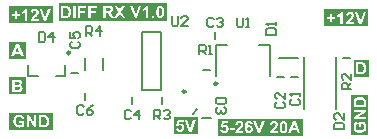
<source format=gbr>
%TF.GenerationSoftware,Altium Limited,Altium Designer,25.8.1 (18)*%
G04 Layer_Color=65535*
%FSLAX45Y45*%
%MOMM*%
%TF.SameCoordinates,C83170FB-7693-46FD-9F59-C890998B4B8C*%
%TF.FilePolarity,Positive*%
%TF.FileFunction,Legend,Top*%
%TF.Part,Single*%
G01*
G75*
%TA.AperFunction,NonConductor*%
%ADD30C,0.25000*%
%ADD31C,0.20000*%
%ADD32C,0.16000*%
G36*
X930000Y978467D02*
X555000D01*
Y1121532D01*
X930000D01*
Y978467D01*
D02*
G37*
G36*
X3598700Y953467D02*
X3223700D01*
Y1096532D01*
X3598700D01*
Y953467D01*
D02*
G37*
G36*
X3598162Y30840D02*
X3451839D01*
Y375000D01*
X3598162D01*
Y30840D01*
D02*
G37*
G36*
X700000Y678764D02*
X555000D01*
Y821236D01*
X700000D01*
Y678764D01*
D02*
G37*
G36*
X930000Y76839D02*
X555000D01*
Y223161D01*
X930000D01*
Y76839D01*
D02*
G37*
G36*
X700000Y378764D02*
X555000D01*
Y521236D01*
X700000D01*
Y378764D01*
D02*
G37*
G36*
X2158813Y40301D02*
X1950000D01*
Y184699D01*
X2158813D01*
Y40301D01*
D02*
G37*
G36*
X3042310Y27665D02*
X2325000D01*
Y172336D01*
X3042310D01*
Y27665D01*
D02*
G37*
G36*
X1888832Y1002505D02*
X975000D01*
Y1147495D01*
X1888832D01*
Y1002505D01*
D02*
G37*
G36*
X3599070Y528764D02*
X3473330D01*
Y671236D01*
X3599070D01*
Y528764D01*
D02*
G37*
%LPC*%
G36*
X908796Y1100940D02*
X886732D01*
X861706Y1025122D01*
X835643Y1100940D01*
X813283D01*
X850007Y998467D01*
X872368D01*
X908796Y1100940D01*
D02*
G37*
G36*
X620925Y1084651D02*
X603007D01*
Y1058144D01*
X576204D01*
Y1039782D01*
X603007D01*
Y1013276D01*
X620925D01*
Y1039782D01*
X647876D01*
Y1058144D01*
X620925D01*
Y1084651D01*
D02*
G37*
G36*
X774930Y1101532D02*
X773449D01*
X770932Y1101384D01*
X768562Y1101236D01*
X763972Y1100496D01*
X760122Y1099311D01*
X758345Y1098719D01*
X756716Y1097978D01*
X755235Y1097386D01*
X754050Y1096646D01*
X752866Y1096053D01*
X751977Y1095609D01*
X751237Y1095017D01*
X750793Y1094721D01*
X750496Y1094573D01*
X750348Y1094425D01*
X748719Y1092944D01*
X747239Y1091463D01*
X745906Y1089686D01*
X744721Y1087761D01*
X742944Y1083911D01*
X741463Y1080209D01*
X741019Y1078284D01*
X740575Y1076655D01*
X740131Y1075174D01*
X739983Y1073841D01*
X739686Y1072656D01*
Y1071916D01*
X739538Y1071324D01*
Y1071176D01*
X759085Y1069251D01*
X759381Y1072212D01*
X759974Y1074730D01*
X760566Y1076951D01*
X761306Y1078580D01*
X761899Y1079912D01*
X762491Y1080801D01*
X762935Y1081393D01*
X763083Y1081541D01*
X764564Y1082726D01*
X766193Y1083615D01*
X767822Y1084355D01*
X769451Y1084799D01*
X770784Y1085095D01*
X771968Y1085243D01*
X773005D01*
X775226Y1085095D01*
X777151Y1084651D01*
X778780Y1084059D01*
X780261Y1083466D01*
X781297Y1082874D01*
X782186Y1082282D01*
X782630Y1081838D01*
X782778Y1081689D01*
X783963Y1080209D01*
X784851Y1078580D01*
X785444Y1076951D01*
X785888Y1075322D01*
X786184Y1073841D01*
X786332Y1072508D01*
Y1071768D01*
Y1071620D01*
Y1071472D01*
X786184Y1069251D01*
X785740Y1067177D01*
X784999Y1065104D01*
X784259Y1063327D01*
X783519Y1061698D01*
X782778Y1060514D01*
X782334Y1059773D01*
X782186Y1059477D01*
X781594Y1058589D01*
X780705Y1057552D01*
X779520Y1056219D01*
X778336Y1055035D01*
X775670Y1052221D01*
X773005Y1049408D01*
X770339Y1046742D01*
X769155Y1045557D01*
X767970Y1044669D01*
X767082Y1043780D01*
X766489Y1043188D01*
X766045Y1042744D01*
X765897Y1042596D01*
X762935Y1039782D01*
X760270Y1037117D01*
X757752Y1034599D01*
X755531Y1032378D01*
X753458Y1030157D01*
X751681Y1028084D01*
X750052Y1026307D01*
X748719Y1024530D01*
X747535Y1023049D01*
X746498Y1021716D01*
X745610Y1020680D01*
X745017Y1019643D01*
X744425Y1019051D01*
X744129Y1018458D01*
X743833Y1018162D01*
Y1018014D01*
X741908Y1014608D01*
X740427Y1011054D01*
X739242Y1007797D01*
X738354Y1004835D01*
X737761Y1002169D01*
X737613Y1001133D01*
X737465Y1000244D01*
X737317Y999504D01*
X737169Y998912D01*
Y998467D01*
X806027D01*
Y1016681D01*
X766933D01*
X768118Y1018607D01*
X769451Y1020235D01*
X770043Y1020976D01*
X770487Y1021568D01*
X770784Y1021864D01*
X770932Y1022012D01*
X771524Y1022605D01*
X772116Y1023345D01*
X773893Y1024974D01*
X775818Y1026899D01*
X777743Y1028824D01*
X779668Y1030601D01*
X781297Y1032082D01*
X781890Y1032674D01*
X782334Y1033119D01*
X782630Y1033267D01*
X782778Y1033415D01*
X786036Y1036524D01*
X788701Y1039042D01*
X790923Y1041411D01*
X792700Y1043188D01*
X794032Y1044669D01*
X794921Y1045706D01*
X795513Y1046446D01*
X795661Y1046594D01*
X797586Y1049111D01*
X799215Y1051481D01*
X800548Y1053702D01*
X801585Y1055627D01*
X802473Y1057256D01*
X803065Y1058589D01*
X803362Y1059329D01*
X803510Y1059625D01*
X804398Y1061995D01*
X804991Y1064364D01*
X805435Y1066585D01*
X805731Y1068658D01*
X805879Y1070287D01*
X806027Y1071620D01*
Y1072805D01*
X805879Y1075026D01*
X805583Y1077247D01*
X805287Y1079320D01*
X804694Y1081245D01*
X803214Y1084651D01*
X801733Y1087613D01*
X800844Y1088945D01*
X800104Y1089982D01*
X799363Y1091019D01*
X798623Y1091759D01*
X798031Y1092351D01*
X797734Y1092944D01*
X797438Y1093092D01*
X797290Y1093240D01*
X795661Y1094721D01*
X793736Y1096053D01*
X791959Y1097090D01*
X789886Y1097978D01*
X786036Y1099459D01*
X782186Y1100496D01*
X780409Y1100792D01*
X778780Y1101088D01*
X777299Y1101236D01*
X775966Y1101384D01*
X774930Y1101532D01*
D02*
G37*
G36*
X710218D02*
X694225D01*
X692744Y1098127D01*
X690819Y1095017D01*
X688746Y1092055D01*
X686673Y1089686D01*
X684896Y1087761D01*
X683267Y1086280D01*
X682675Y1085688D01*
X682231Y1085243D01*
X681934Y1085095D01*
X681786Y1084947D01*
X678528Y1082578D01*
X675419Y1080505D01*
X672605Y1078876D01*
X670088Y1077691D01*
X668015Y1076803D01*
X666534Y1076062D01*
X665942Y1075914D01*
X665497Y1075766D01*
X665349Y1075618D01*
X665201D01*
Y1057848D01*
X670532Y1059921D01*
X675271Y1062143D01*
X677492Y1063327D01*
X679565Y1064660D01*
X681490Y1065845D01*
X683267Y1067029D01*
X684896Y1068214D01*
X686377Y1069251D01*
X687561Y1070139D01*
X688598Y1071028D01*
X689487Y1071768D01*
X690079Y1072212D01*
X690375Y1072508D01*
X690523Y1072656D01*
Y998467D01*
X710218D01*
Y1101532D01*
D02*
G37*
G36*
X3578700Y1075940D02*
X3556636D01*
X3531610Y1000122D01*
X3505547Y1075940D01*
X3483187D01*
X3519911Y973467D01*
X3542272D01*
X3578700Y1075940D01*
D02*
G37*
G36*
X3290829Y1059651D02*
X3272911D01*
Y1033144D01*
X3246108D01*
Y1014782D01*
X3272911D01*
Y988276D01*
X3290829D01*
Y1014782D01*
X3317779D01*
Y1033144D01*
X3290829D01*
Y1059651D01*
D02*
G37*
G36*
X3444834Y1076533D02*
X3443353D01*
X3440836Y1076384D01*
X3438466Y1076236D01*
X3433876Y1075496D01*
X3430026Y1074311D01*
X3428249Y1073719D01*
X3426620Y1072979D01*
X3425139Y1072386D01*
X3423954Y1071646D01*
X3422770Y1071053D01*
X3421881Y1070609D01*
X3421141Y1070017D01*
X3420696Y1069721D01*
X3420400Y1069573D01*
X3420252Y1069425D01*
X3418623Y1067944D01*
X3417143Y1066463D01*
X3415810Y1064686D01*
X3414625Y1062761D01*
X3412848Y1058911D01*
X3411367Y1055209D01*
X3410923Y1053284D01*
X3410479Y1051655D01*
X3410035Y1050174D01*
X3409886Y1048841D01*
X3409590Y1047657D01*
Y1046916D01*
X3409442Y1046324D01*
Y1046176D01*
X3428989Y1044251D01*
X3429285Y1047212D01*
X3429878Y1049730D01*
X3430470Y1051951D01*
X3431210Y1053580D01*
X3431803Y1054913D01*
X3432395Y1055801D01*
X3432839Y1056393D01*
X3432987Y1056541D01*
X3434468Y1057726D01*
X3436097Y1058615D01*
X3437726Y1059355D01*
X3439355Y1059799D01*
X3440688Y1060095D01*
X3441872Y1060243D01*
X3442909D01*
X3445130Y1060095D01*
X3447055Y1059651D01*
X3448684Y1059059D01*
X3450165Y1058467D01*
X3451201Y1057874D01*
X3452090Y1057282D01*
X3452534Y1056838D01*
X3452682Y1056690D01*
X3453867Y1055209D01*
X3454755Y1053580D01*
X3455348Y1051951D01*
X3455792Y1050322D01*
X3456088Y1048841D01*
X3456236Y1047508D01*
Y1046768D01*
Y1046620D01*
Y1046472D01*
X3456088Y1044251D01*
X3455644Y1042177D01*
X3454903Y1040104D01*
X3454163Y1038327D01*
X3453423Y1036698D01*
X3452682Y1035514D01*
X3452238Y1034773D01*
X3452090Y1034477D01*
X3451498Y1033589D01*
X3450609Y1032552D01*
X3449424Y1031219D01*
X3448240Y1030035D01*
X3445574Y1027221D01*
X3442909Y1024408D01*
X3440243Y1021742D01*
X3439059Y1020558D01*
X3437874Y1019669D01*
X3436986Y1018781D01*
X3436393Y1018188D01*
X3435949Y1017744D01*
X3435801Y1017596D01*
X3432839Y1014782D01*
X3430174Y1012117D01*
X3427656Y1009599D01*
X3425435Y1007378D01*
X3423362Y1005157D01*
X3421585Y1003084D01*
X3419956Y1001307D01*
X3418623Y999530D01*
X3417439Y998049D01*
X3416402Y996716D01*
X3415514Y995680D01*
X3414921Y994643D01*
X3414329Y994051D01*
X3414033Y993459D01*
X3413737Y993162D01*
Y993014D01*
X3411812Y989608D01*
X3410331Y986054D01*
X3409146Y982797D01*
X3408258Y979835D01*
X3407665Y977169D01*
X3407517Y976133D01*
X3407369Y975244D01*
X3407221Y974504D01*
X3407073Y973912D01*
Y973467D01*
X3475931D01*
Y991682D01*
X3436837D01*
X3438022Y993607D01*
X3439355Y995236D01*
X3439947Y995976D01*
X3440391Y996568D01*
X3440688Y996864D01*
X3440836Y997012D01*
X3441428Y997605D01*
X3442020Y998345D01*
X3443797Y999974D01*
X3445722Y1001899D01*
X3447647Y1003824D01*
X3449572Y1005601D01*
X3451201Y1007082D01*
X3451794Y1007674D01*
X3452238Y1008119D01*
X3452534Y1008267D01*
X3452682Y1008415D01*
X3455940Y1011525D01*
X3458605Y1014042D01*
X3460827Y1016411D01*
X3462604Y1018188D01*
X3463936Y1019669D01*
X3464825Y1020706D01*
X3465417Y1021446D01*
X3465565Y1021594D01*
X3467490Y1024111D01*
X3469119Y1026481D01*
X3470452Y1028702D01*
X3471489Y1030627D01*
X3472377Y1032256D01*
X3472969Y1033589D01*
X3473266Y1034329D01*
X3473414Y1034625D01*
X3474302Y1036995D01*
X3474894Y1039364D01*
X3475339Y1041585D01*
X3475635Y1043658D01*
X3475783Y1045287D01*
X3475931Y1046620D01*
Y1047805D01*
X3475783Y1050026D01*
X3475487Y1052247D01*
X3475191Y1054320D01*
X3474598Y1056245D01*
X3473118Y1059651D01*
X3471637Y1062613D01*
X3470748Y1063946D01*
X3470008Y1064982D01*
X3469267Y1066019D01*
X3468527Y1066759D01*
X3467935Y1067351D01*
X3467638Y1067944D01*
X3467342Y1068092D01*
X3467194Y1068240D01*
X3465565Y1069721D01*
X3463640Y1071053D01*
X3461863Y1072090D01*
X3459790Y1072979D01*
X3455940Y1074459D01*
X3452090Y1075496D01*
X3450313Y1075792D01*
X3448684Y1076088D01*
X3447203Y1076236D01*
X3445870Y1076384D01*
X3444834Y1076533D01*
D02*
G37*
G36*
X3380122D02*
X3364129D01*
X3362648Y1073127D01*
X3360723Y1070017D01*
X3358650Y1067055D01*
X3356577Y1064686D01*
X3354800Y1062761D01*
X3353171Y1061280D01*
X3352579Y1060688D01*
X3352135Y1060243D01*
X3351838Y1060095D01*
X3351690Y1059947D01*
X3348432Y1057578D01*
X3345323Y1055505D01*
X3342509Y1053876D01*
X3339992Y1052691D01*
X3337919Y1051803D01*
X3336438Y1051062D01*
X3335845Y1050914D01*
X3335401Y1050766D01*
X3335253Y1050618D01*
X3335105D01*
Y1032848D01*
X3340436Y1034921D01*
X3345175Y1037143D01*
X3347396Y1038327D01*
X3349469Y1039660D01*
X3351394Y1040845D01*
X3353171Y1042029D01*
X3354800Y1043214D01*
X3356281Y1044251D01*
X3357465Y1045139D01*
X3358502Y1046028D01*
X3359391Y1046768D01*
X3359983Y1047212D01*
X3360279Y1047508D01*
X3360427Y1047657D01*
Y973467D01*
X3380122D01*
Y1076533D01*
D02*
G37*
G36*
X3576237Y355000D02*
X3473764D01*
D01*
X3526037D01*
X3520854Y354852D01*
X3516263Y354408D01*
X3514042Y354260D01*
X3512117Y353964D01*
X3510192Y353668D01*
X3508563Y353371D01*
X3507082Y352927D01*
X3505750Y352631D01*
X3504565Y352335D01*
X3503677Y352187D01*
X3502936Y351891D01*
X3502344Y351743D01*
X3502048Y351594D01*
X3501900D01*
X3498346Y350262D01*
X3495088Y348633D01*
X3492274Y347004D01*
X3489905Y345375D01*
X3487980Y344042D01*
X3486499Y342858D01*
X3485611Y342117D01*
X3485314Y341969D01*
Y341821D01*
X3482945Y339304D01*
X3481020Y336786D01*
X3479391Y334121D01*
X3478058Y331751D01*
X3477022Y329678D01*
X3476281Y327901D01*
X3476133Y327309D01*
X3475985Y326865D01*
X3475837Y326569D01*
Y326420D01*
X3475097Y323607D01*
X3474652Y320497D01*
X3474208Y317239D01*
X3474060Y314130D01*
X3473912Y311316D01*
X3473764Y310131D01*
Y269261D01*
X3576237D01*
Y308058D01*
X3576089Y312057D01*
X3575941Y315759D01*
X3575644Y318868D01*
X3575200Y321386D01*
X3574756Y323459D01*
X3574460Y325088D01*
X3574312Y325532D01*
Y325976D01*
X3574164Y326124D01*
Y326272D01*
X3572979Y329530D01*
X3571646Y332492D01*
X3570313Y334861D01*
X3568981Y336934D01*
X3567796Y338563D01*
X3566908Y339748D01*
X3566315Y340488D01*
X3566019Y340784D01*
X3563205Y343302D01*
X3560244Y345523D01*
X3557134Y347448D01*
X3554321Y348929D01*
X3551655Y350114D01*
X3550619Y350706D01*
X3549730Y351002D01*
X3548842Y351298D01*
X3548249Y351594D01*
X3547953Y351743D01*
X3547805D01*
X3544251Y352779D01*
X3540549Y353668D01*
X3536995Y354260D01*
X3533589Y354556D01*
X3531960Y354704D01*
X3530479Y354852D01*
X3529295D01*
X3528110Y355000D01*
X3576237D01*
D01*
D02*
G37*
G36*
Y247345D02*
X3473764D01*
Y228242D01*
X3542770D01*
X3473764Y185891D01*
Y165900D01*
X3576237D01*
Y247345D01*
D02*
G37*
G36*
X3578162Y146649D02*
X3471839D01*
X3521298D01*
Y102076D01*
X3538624D01*
Y125769D01*
X3551803D01*
X3553136Y123992D01*
X3554321Y122067D01*
X3555357Y120142D01*
X3556246Y118365D01*
X3556986Y116884D01*
X3557578Y115552D01*
X3557875Y114811D01*
X3558023Y114663D01*
Y114515D01*
X3558911Y112146D01*
X3559503Y109777D01*
X3559948Y107555D01*
X3560244Y105630D01*
X3560392Y103853D01*
X3560540Y102669D01*
Y101484D01*
X3560392Y99115D01*
X3560096Y96745D01*
X3559652Y94672D01*
X3559059Y92599D01*
X3557578Y88897D01*
X3556838Y87416D01*
X3555949Y85935D01*
X3555061Y84603D01*
X3554321Y83418D01*
X3553432Y82529D01*
X3552840Y81641D01*
X3552247Y81049D01*
X3551803Y80604D01*
X3551507Y80308D01*
X3551359Y80160D01*
X3549582Y78827D01*
X3547509Y77495D01*
X3545436Y76458D01*
X3543214Y75570D01*
X3538624Y74089D01*
X3534181Y73200D01*
X3532108Y72904D01*
X3530035Y72608D01*
X3528406Y72460D01*
X3526777Y72312D01*
X3525593Y72164D01*
X3524556D01*
X3523964D01*
X3523816D01*
X3520706Y72312D01*
X3517892Y72460D01*
X3515079Y72904D01*
X3512561Y73348D01*
X3510340Y73941D01*
X3508267Y74681D01*
X3506342Y75421D01*
X3504565Y76162D01*
X3503084Y76754D01*
X3501751Y77495D01*
X3500715Y78235D01*
X3499826Y78827D01*
X3499086Y79272D01*
X3498642Y79716D01*
X3498346Y79864D01*
X3498197Y80012D01*
X3496717Y81641D01*
X3495236Y83270D01*
X3494199Y85047D01*
X3493163Y86824D01*
X3492274Y88601D01*
X3491534Y90378D01*
X3490497Y93784D01*
X3490201Y95413D01*
X3489905Y96893D01*
X3489757Y98226D01*
X3489609Y99411D01*
X3489461Y100299D01*
Y101632D01*
X3489609Y104890D01*
X3490201Y107703D01*
X3490793Y110221D01*
X3491682Y112442D01*
X3492422Y114071D01*
X3493163Y115404D01*
X3493755Y116144D01*
X3493903Y116440D01*
X3495680Y118513D01*
X3497605Y120290D01*
X3499530Y121771D01*
X3501455Y122808D01*
X3503232Y123696D01*
X3504565Y124289D01*
X3505453Y124585D01*
X3505602Y124733D01*
X3505750D01*
X3501900Y145316D01*
X3499382Y144724D01*
X3496865Y143835D01*
X3494644Y142947D01*
X3492570Y141762D01*
X3490497Y140726D01*
X3488720Y139541D01*
X3487091Y138356D01*
X3485611Y137172D01*
X3484278Y135987D01*
X3483093Y134950D01*
X3482057Y134062D01*
X3481316Y133173D01*
X3480724Y132433D01*
X3480131Y131841D01*
X3479983Y131545D01*
X3479835Y131396D01*
X3478354Y129323D01*
X3477170Y127102D01*
X3476133Y124733D01*
X3475245Y122215D01*
X3473764Y117329D01*
X3472875Y112590D01*
X3472431Y110369D01*
X3472283Y108296D01*
X3472135Y106371D01*
X3471987Y104742D01*
X3471839Y103409D01*
Y103853D01*
Y101632D01*
X3471987Y96301D01*
X3472579Y91562D01*
X3473024Y89489D01*
X3473468Y87416D01*
X3473912Y85491D01*
X3474356Y83862D01*
X3474949Y82381D01*
X3475393Y80901D01*
X3475837Y79864D01*
X3476133Y78827D01*
X3476578Y78087D01*
X3476726Y77495D01*
X3477022Y77198D01*
Y77050D01*
X3479687Y72460D01*
X3481316Y70535D01*
X3482797Y68610D01*
X3484426Y66833D01*
X3486055Y65204D01*
X3487684Y63723D01*
X3489164Y62390D01*
X3490645Y61354D01*
X3491978Y60317D01*
X3493163Y59429D01*
X3494199Y58688D01*
X3495088Y58244D01*
X3495680Y57800D01*
X3496124Y57652D01*
X3496272Y57504D01*
X3498642Y56319D01*
X3501011Y55282D01*
X3505898Y53653D01*
X3510784Y52469D01*
X3515079Y51728D01*
X3517152Y51432D01*
X3518929Y51136D01*
X3520558Y50988D01*
X3522039D01*
X3523075Y50840D01*
X3471839D01*
X3524704D01*
X3530183Y51136D01*
X3535218Y51728D01*
X3539809Y52765D01*
X3542030Y53209D01*
X3543955Y53802D01*
X3545732Y54394D01*
X3547361Y54838D01*
X3548693Y55430D01*
X3549878Y55875D01*
X3550767Y56171D01*
X3551507Y56467D01*
X3551951Y56763D01*
X3552099D01*
X3556542Y59281D01*
X3560392Y62094D01*
X3563798Y65056D01*
X3566463Y68017D01*
X3567648Y69350D01*
X3568685Y70683D01*
X3569573Y71719D01*
X3570165Y72756D01*
X3570758Y73496D01*
X3571202Y74237D01*
X3571350Y74533D01*
X3571498Y74681D01*
X3572683Y77050D01*
X3573719Y79272D01*
X3575348Y84158D01*
X3576533Y88897D01*
X3577273Y93191D01*
X3577569Y95264D01*
X3577866Y97041D01*
X3578014Y98670D01*
Y100151D01*
X3578162Y101188D01*
Y50840D01*
D01*
D01*
Y102817D01*
X3578014Y107555D01*
X3577421Y111998D01*
X3576681Y116292D01*
X3575792Y119994D01*
X3575348Y121623D01*
X3574904Y123104D01*
X3574460Y124437D01*
X3574164Y125621D01*
X3573867Y126510D01*
X3573571Y127102D01*
X3573423Y127546D01*
Y127694D01*
X3571646Y132137D01*
X3569721Y135839D01*
X3567796Y139097D01*
X3566167Y141910D01*
X3564686Y143983D01*
X3564094Y144724D01*
X3563502Y145464D01*
X3563057Y145909D01*
X3562761Y146353D01*
X3562465Y146649D01*
X3578162D01*
D02*
G37*
%LPD*%
G36*
X3529295Y333528D02*
X3533145Y333380D01*
X3536255Y332936D01*
X3538920Y332640D01*
X3541141Y332196D01*
X3542030Y332048D01*
X3542622Y331751D01*
X3543214Y331603D01*
X3543659D01*
X3543807Y331455D01*
X3543955D01*
X3546324Y330567D01*
X3548397Y329826D01*
X3550026Y328790D01*
X3551359Y328049D01*
X3552395Y327309D01*
X3553136Y326717D01*
X3553580Y326272D01*
X3553728Y326124D01*
X3554765Y324792D01*
X3555653Y323459D01*
X3556394Y322126D01*
X3556986Y320793D01*
X3557430Y319609D01*
X3557726Y318720D01*
X3558023Y318128D01*
Y317832D01*
X3558319Y316203D01*
X3558467Y314278D01*
X3558763Y312205D01*
Y310131D01*
X3558911Y308206D01*
Y289992D01*
X3491090D01*
Y303468D01*
X3491238Y305393D01*
Y307170D01*
X3491386Y308651D01*
Y309983D01*
X3491534Y311316D01*
Y312353D01*
X3491830Y313982D01*
X3491978Y315166D01*
X3492126Y315907D01*
Y316055D01*
X3492718Y318128D01*
X3493459Y319905D01*
X3494199Y321534D01*
X3495088Y323015D01*
X3495828Y324051D01*
X3496420Y324940D01*
X3496865Y325384D01*
X3497013Y325532D01*
X3498494Y326865D01*
X3500123Y328049D01*
X3501751Y329086D01*
X3503232Y329974D01*
X3504713Y330567D01*
X3505898Y331011D01*
X3506638Y331307D01*
X3506786Y331455D01*
X3506934D01*
X3509600Y332196D01*
X3512413Y332788D01*
X3515523Y333084D01*
X3518485Y333380D01*
X3521002Y333528D01*
X3522187Y333676D01*
X3523223D01*
X3523964D01*
X3524556D01*
X3525000D01*
X3525148D01*
X3529295Y333528D01*
D02*
G37*
G36*
X3576237Y185002D02*
X3508711D01*
X3576237Y226613D01*
Y185002D01*
D02*
G37*
%LPC*%
G36*
X637718Y801236D02*
X615801D01*
X576115Y698764D01*
X598032D01*
X606472Y722013D01*
X647639D01*
X656524Y698764D01*
X678884D01*
X637718Y801236D01*
D02*
G37*
%LPD*%
G36*
X640975Y739338D02*
X612692D01*
X626611Y777395D01*
X640975Y739338D01*
D02*
G37*
%LPC*%
G36*
X642989Y203161D02*
X641212D01*
X635881Y203013D01*
X631142Y202421D01*
X629069Y201977D01*
X626996Y201532D01*
X625071Y201088D01*
X623442Y200644D01*
X621961Y200052D01*
X620480Y199607D01*
X619444Y199163D01*
X618407Y198867D01*
X617667Y198423D01*
X617074Y198275D01*
X616778Y197979D01*
X616630D01*
X612040Y195313D01*
X610115Y193684D01*
X608190Y192203D01*
X606413Y190574D01*
X604784Y188946D01*
X603303Y187317D01*
X601970Y185836D01*
X600934Y184355D01*
X599897Y183022D01*
X599008Y181838D01*
X598268Y180801D01*
X597824Y179913D01*
X597380Y179320D01*
X597231Y178876D01*
X597083Y178728D01*
X595899Y176359D01*
X594862Y173989D01*
X593233Y169103D01*
X592049Y164216D01*
X591308Y159921D01*
X591012Y157848D01*
X590716Y156071D01*
X590568Y154442D01*
Y152962D01*
X590420Y151925D01*
Y150296D01*
X590716Y144817D01*
X591308Y139782D01*
X592345Y135192D01*
X592789Y132971D01*
X593381Y131045D01*
X593974Y129268D01*
X594418Y127640D01*
X595010Y126307D01*
X595454Y125122D01*
X595751Y124234D01*
X596047Y123493D01*
X596343Y123049D01*
Y122901D01*
X598860Y118458D01*
X601674Y114608D01*
X604636Y111202D01*
X607597Y108537D01*
X608930Y107352D01*
X610263Y106316D01*
X611299Y105427D01*
X612336Y104835D01*
X613076Y104243D01*
X613817Y103798D01*
X614113Y103650D01*
X614261Y103502D01*
X616630Y102318D01*
X618851Y101281D01*
X623738Y99652D01*
X628477Y98467D01*
X632771Y97727D01*
X634844Y97431D01*
X636621Y97135D01*
X638250Y96987D01*
X639731D01*
X640768Y96839D01*
X642396D01*
X647135Y96987D01*
X651578Y97579D01*
X655872Y98319D01*
X659574Y99208D01*
X661203Y99652D01*
X662684Y100096D01*
X664016Y100541D01*
X665201Y100837D01*
X666090Y101133D01*
X666682Y101429D01*
X667126Y101577D01*
X667274D01*
X671717Y103354D01*
X675419Y105279D01*
X678677Y107204D01*
X681490Y108833D01*
X683563Y110314D01*
X684304Y110906D01*
X685044Y111499D01*
X685488Y111943D01*
X685933Y112239D01*
X686229Y112535D01*
Y153702D01*
X641656D01*
Y136376D01*
X665349D01*
Y123197D01*
X663572Y121864D01*
X661647Y120680D01*
X659722Y119643D01*
X657945Y118755D01*
X656464Y118014D01*
X655132Y117422D01*
X654391Y117126D01*
X654243Y116978D01*
X654095D01*
X651726Y116089D01*
X649356Y115497D01*
X647135Y115053D01*
X645210Y114756D01*
X643433Y114608D01*
X642248Y114460D01*
X641064D01*
X638694Y114608D01*
X636325Y114905D01*
X634252Y115349D01*
X632179Y115941D01*
X628477Y117422D01*
X626996Y118162D01*
X625515Y119051D01*
X624182Y119939D01*
X622998Y120680D01*
X622109Y121568D01*
X621221Y122161D01*
X620628Y122753D01*
X620184Y123197D01*
X619888Y123493D01*
X619740Y123641D01*
X618407Y125418D01*
X617074Y127491D01*
X616038Y129565D01*
X615149Y131786D01*
X613669Y136376D01*
X612780Y140819D01*
X612484Y142892D01*
X612188Y144965D01*
X612040Y146594D01*
X611892Y148223D01*
X611744Y149408D01*
Y150444D01*
Y151037D01*
Y151185D01*
X611892Y154294D01*
X612040Y157108D01*
X612484Y159921D01*
X612928Y162439D01*
X613520Y164660D01*
X614261Y166733D01*
X615001Y168658D01*
X615742Y170435D01*
X616334Y171916D01*
X617074Y173249D01*
X617815Y174285D01*
X618407Y175174D01*
X618851Y175914D01*
X619296Y176359D01*
X619444Y176655D01*
X619592Y176803D01*
X621221Y178284D01*
X622850Y179764D01*
X624627Y180801D01*
X626404Y181838D01*
X628181Y182726D01*
X629958Y183466D01*
X633363Y184503D01*
X634992Y184799D01*
X636473Y185095D01*
X637806Y185243D01*
X638991Y185392D01*
X639879Y185540D01*
X641212D01*
X644470Y185392D01*
X647283Y184799D01*
X649801Y184207D01*
X652022Y183318D01*
X653651Y182578D01*
X654983Y181838D01*
X655724Y181245D01*
X656020Y181097D01*
X658093Y179320D01*
X659870Y177395D01*
X661351Y175470D01*
X662388Y173545D01*
X663276Y171768D01*
X663868Y170435D01*
X664165Y169547D01*
X664313Y169399D01*
Y169251D01*
X684896Y173101D01*
X684304Y175618D01*
X683415Y178136D01*
X682527Y180357D01*
X681342Y182430D01*
X680305Y184503D01*
X679121Y186280D01*
X677936Y187909D01*
X676752Y189390D01*
X675567Y190723D01*
X674530Y191907D01*
X673642Y192944D01*
X672753Y193684D01*
X672013Y194276D01*
X671421Y194869D01*
X671124Y195017D01*
X670976Y195165D01*
X668903Y196646D01*
X666682Y197830D01*
X664313Y198867D01*
X661795Y199756D01*
X656909Y201236D01*
X652170Y202125D01*
X649949Y202569D01*
X647876Y202717D01*
X645950Y202865D01*
X644322Y203013D01*
X642989Y203161D01*
D02*
G37*
G36*
X786925Y201236D02*
X767822D01*
Y132230D01*
X725470Y201236D01*
X705479D01*
Y98764D01*
X724582D01*
Y166289D01*
X766193Y98764D01*
X786925D01*
Y201236D01*
D02*
G37*
G36*
X849711D02*
X808841D01*
Y98764D01*
X847638D01*
X851636Y98912D01*
X855338Y99060D01*
X858448Y99356D01*
X860966Y99800D01*
X863039Y100244D01*
X864668Y100541D01*
X865112Y100689D01*
X865556D01*
X865704Y100837D01*
X865852D01*
X869110Y102021D01*
X872072Y103354D01*
X874441Y104687D01*
X876514Y106020D01*
X878143Y107204D01*
X879328Y108093D01*
X880068Y108685D01*
X880364Y108981D01*
X882882Y111795D01*
X885103Y114756D01*
X887028Y117866D01*
X888509Y120680D01*
X889693Y123345D01*
X890286Y124382D01*
X890582Y125270D01*
X890878Y126159D01*
X891174Y126751D01*
X891322Y127047D01*
Y127195D01*
X892359Y130749D01*
X893247Y134451D01*
X893840Y138005D01*
X894136Y141411D01*
X894284Y143040D01*
X894432Y144521D01*
Y145706D01*
X894580Y146890D01*
Y148963D01*
X894432Y154146D01*
X893988Y158737D01*
X893840Y160958D01*
X893544Y162883D01*
X893247Y164808D01*
X892951Y166437D01*
X892507Y167918D01*
X892211Y169251D01*
X891915Y170435D01*
X891767Y171324D01*
X891470Y172064D01*
X891322Y172656D01*
X891174Y172953D01*
Y173101D01*
X889842Y176655D01*
X888213Y179913D01*
X886584Y182726D01*
X884955Y185095D01*
X883622Y187020D01*
X882437Y188501D01*
X881697Y189390D01*
X881549Y189686D01*
X881401D01*
X878883Y192055D01*
X876366Y193980D01*
X873701Y195609D01*
X871331Y196942D01*
X869258Y197979D01*
X867481Y198719D01*
X866889Y198867D01*
X866445Y199015D01*
X866148Y199163D01*
X866000D01*
X863187Y199904D01*
X860077Y200348D01*
X856819Y200792D01*
X853709Y200940D01*
X850896Y201088D01*
X849711Y201236D01*
D02*
G37*
%LPD*%
G36*
X844973Y183763D02*
X846750D01*
X848230Y183615D01*
X849563D01*
X850896Y183466D01*
X851933D01*
X853561Y183170D01*
X854746Y183022D01*
X855486Y182874D01*
X855635D01*
X857708Y182282D01*
X859485Y181541D01*
X861114Y180801D01*
X862594Y179913D01*
X863631Y179172D01*
X864519Y178580D01*
X864964Y178136D01*
X865112Y177987D01*
X866445Y176507D01*
X867629Y174878D01*
X868666Y173249D01*
X869554Y171768D01*
X870147Y170287D01*
X870591Y169103D01*
X870887Y168362D01*
X871035Y168214D01*
Y168066D01*
X871775Y165400D01*
X872368Y162587D01*
X872664Y159477D01*
X872960Y156516D01*
X873108Y153998D01*
X873256Y152814D01*
Y151777D01*
Y151037D01*
Y150444D01*
Y150000D01*
Y149852D01*
X873108Y145706D01*
X872960Y141855D01*
X872516Y138746D01*
X872220Y136080D01*
X871775Y133859D01*
X871627Y132971D01*
X871331Y132378D01*
X871183Y131786D01*
Y131342D01*
X871035Y131194D01*
Y131045D01*
X870147Y128676D01*
X869406Y126603D01*
X868370Y124974D01*
X867629Y123641D01*
X866889Y122605D01*
X866296Y121864D01*
X865852Y121420D01*
X865704Y121272D01*
X864371Y120235D01*
X863039Y119347D01*
X861706Y118607D01*
X860373Y118014D01*
X859189Y117570D01*
X858300Y117274D01*
X857708Y116978D01*
X857412D01*
X855783Y116682D01*
X853858Y116533D01*
X851784Y116237D01*
X849711D01*
X847786Y116089D01*
X829572D01*
Y183911D01*
X843048D01*
X844973Y183763D01*
D02*
G37*
%LPC*%
G36*
X629647Y501236D02*
X584630D01*
Y398764D01*
X629055D01*
X631572Y398912D01*
X636015D01*
X637792Y399060D01*
X640605D01*
X641642Y399208D01*
X643123D01*
X643715Y399356D01*
X644307D01*
X647269Y399800D01*
X649934Y400541D01*
X652304Y401281D01*
X654377Y402170D01*
X656006Y402910D01*
X657190Y403650D01*
X657931Y404095D01*
X658227Y404243D01*
X660300Y405872D01*
X661929Y407649D01*
X663558Y409278D01*
X664743Y411055D01*
X665779Y412535D01*
X666520Y413720D01*
X666964Y414460D01*
X667112Y414757D01*
X668149Y417274D01*
X669037Y419643D01*
X669629Y422013D01*
X669926Y424086D01*
X670222Y425863D01*
X670370Y427195D01*
Y428380D01*
X670222Y431638D01*
X669629Y434600D01*
X668741Y437117D01*
X667852Y439486D01*
X666964Y441263D01*
X666075Y442596D01*
X665483Y443485D01*
X665335Y443781D01*
X663262Y446150D01*
X661041Y448075D01*
X658523Y449704D01*
X656302Y450889D01*
X654229Y451925D01*
X652452Y452666D01*
X651860Y452814D01*
X651415Y452962D01*
X651119Y453110D01*
X650971D01*
X653340Y454443D01*
X655413Y455775D01*
X657190Y457404D01*
X658671Y458737D01*
X659708Y460070D01*
X660596Y461106D01*
X661189Y461847D01*
X661337Y462143D01*
X662669Y464512D01*
X663706Y466733D01*
X664298Y468955D01*
X664891Y471028D01*
X665187Y472805D01*
X665335Y474137D01*
Y475026D01*
Y475174D01*
Y475322D01*
X665187Y477691D01*
X664891Y480061D01*
X664298Y481986D01*
X663706Y483763D01*
X663114Y485244D01*
X662521Y486428D01*
X662225Y487021D01*
X662077Y487317D01*
X660893Y489242D01*
X659560Y490871D01*
X658227Y492352D01*
X657042Y493684D01*
X655858Y494573D01*
X654969Y495313D01*
X654377Y495757D01*
X654229Y495906D01*
X652452Y497090D01*
X650527Y497979D01*
X648750Y498719D01*
X647121Y499311D01*
X645640Y499756D01*
X644603Y500052D01*
X643863Y500200D01*
X643567D01*
X641050Y500496D01*
X638236Y500792D01*
X635274Y500940D01*
X632313Y501088D01*
X629647Y501236D01*
D02*
G37*
%LPD*%
G36*
X627574Y484059D02*
X631424D01*
X632313Y483911D01*
X633942D01*
X634534Y483763D01*
X634682D01*
X636459Y483467D01*
X638088Y483022D01*
X639421Y482430D01*
X640605Y481838D01*
X641346Y481245D01*
X642086Y480653D01*
X642382Y480357D01*
X642530Y480209D01*
X643419Y479024D01*
X644011Y477691D01*
X644603Y476507D01*
X644900Y475322D01*
X645048Y474137D01*
X645196Y473249D01*
Y472657D01*
Y472509D01*
X645048Y470732D01*
X644752Y469103D01*
X644159Y467770D01*
X643715Y466585D01*
X643123Y465549D01*
X642530Y464956D01*
X642234Y464512D01*
X642086Y464364D01*
X640901Y463327D01*
X639569Y462587D01*
X638236Y461995D01*
X636903Y461551D01*
X635570Y461106D01*
X634682Y460958D01*
X634090Y460810D01*
X633201D01*
X632313Y460662D01*
X627722D01*
X625205Y460514D01*
X605362D01*
Y484207D01*
X625945D01*
X627574Y484059D01*
D02*
G37*
G36*
X628907Y443336D02*
X630684Y443188D01*
X632461D01*
X633942Y443040D01*
X635274Y442892D01*
X636311Y442744D01*
X637347Y442596D01*
X638088Y442448D01*
X639273Y442300D01*
X640013Y442004D01*
X640161D01*
X641642Y441411D01*
X642975Y440671D01*
X644159Y439931D01*
X645048Y439042D01*
X645788Y438450D01*
X646232Y437857D01*
X646529Y437413D01*
X646677Y437265D01*
X647417Y435932D01*
X648009Y434600D01*
X648454Y433415D01*
X648750Y432082D01*
X648898Y431046D01*
X649046Y430157D01*
Y429565D01*
Y429417D01*
X648898Y427492D01*
X648602Y425715D01*
X648157Y424234D01*
X647565Y423049D01*
X646973Y422013D01*
X646529Y421272D01*
X646232Y420828D01*
X646084Y420680D01*
X644900Y419643D01*
X643715Y418755D01*
X642382Y418014D01*
X641198Y417422D01*
X640161Y417126D01*
X639273Y416830D01*
X638680Y416682D01*
X638532D01*
X637940Y416534D01*
X637051D01*
X635126Y416386D01*
X632757Y416237D01*
X630388D01*
X628166Y416089D01*
X605362D01*
Y443485D01*
X626834D01*
X628907Y443336D01*
D02*
G37*
%LPC*%
G36*
X2039006Y163366D02*
X1970000D01*
D01*
X1982439D01*
X1972369Y109909D01*
X1988214Y107687D01*
X1989547Y109020D01*
X1990879Y110205D01*
X1992212Y111241D01*
X1993545Y112130D01*
X1996062Y113463D01*
X1998432Y114351D01*
X2000505Y114795D01*
X2001986Y115091D01*
X2002578Y115240D01*
X2003466D01*
X2005836Y115091D01*
X2008057Y114499D01*
X2009982Y113759D01*
X2011611Y112870D01*
X2012796Y111834D01*
X2013832Y111093D01*
X2014424Y110501D01*
X2014573Y110353D01*
X2016053Y108428D01*
X2017090Y106207D01*
X2017830Y103837D01*
X2018275Y101468D01*
X2018719Y99395D01*
X2018867Y97766D01*
Y97025D01*
Y96581D01*
Y96285D01*
Y96137D01*
X2018719Y92583D01*
X2018275Y89473D01*
X2017534Y86956D01*
X2016794Y84883D01*
X2015905Y83106D01*
X2015313Y81921D01*
X2014721Y81329D01*
X2014573Y81033D01*
X2012944Y79404D01*
X2011167Y78071D01*
X2009390Y77182D01*
X2007761Y76590D01*
X2006280Y76294D01*
X2005095Y76146D01*
X2004355Y75998D01*
X2004059D01*
X2002134Y76146D01*
X2000209Y76590D01*
X1998580Y77182D01*
X1997247Y77923D01*
X1996062Y78663D01*
X1995174Y79256D01*
X1994581Y79700D01*
X1994433Y79848D01*
X1993101Y81477D01*
X1991916Y83106D01*
X1991028Y84883D01*
X1990435Y86512D01*
X1989991Y87992D01*
X1989695Y89325D01*
X1989547Y90066D01*
Y90362D01*
X1970000Y88289D01*
X1970444Y85919D01*
X1970888Y83698D01*
X1972369Y79700D01*
X1973998Y76146D01*
X1974887Y74665D01*
X1975923Y73184D01*
X1976812Y72000D01*
X1977552Y70963D01*
X1978441Y70075D01*
X1979033Y69186D01*
X1979625Y68594D01*
X1980069Y68149D01*
X1980366Y68001D01*
X1980514Y67853D01*
X1982291Y66521D01*
X1984068Y65336D01*
X1985993Y64299D01*
X1987918Y63559D01*
X1991916Y62078D01*
X1995470Y61190D01*
X1997247Y60893D01*
X1998728Y60745D01*
X2000209Y60597D01*
X2001393Y60449D01*
X2002430Y60301D01*
X2003763D01*
X2007020Y60449D01*
X2010130Y60893D01*
X2012944Y61486D01*
X2015609Y62374D01*
X2018127Y63411D01*
X2020348Y64596D01*
X2022421Y65780D01*
X2024346Y67113D01*
X2025975Y68298D01*
X2027456Y69482D01*
X2028788Y70667D01*
X2029825Y71703D01*
X2030565Y72592D01*
X2031158Y73184D01*
X2031454Y73629D01*
X2031602Y73777D01*
X2032935Y75702D01*
X2034119Y77627D01*
X2035008Y79552D01*
X2035896Y81625D01*
X2037229Y85475D01*
X2038118Y89029D01*
X2038414Y90510D01*
X2038562Y91991D01*
X2038858Y93323D01*
Y94508D01*
X2039006Y95397D01*
Y96581D01*
X2038858Y99395D01*
X2038562Y102060D01*
X2038118Y104578D01*
X2037525Y106947D01*
X2036933Y109020D01*
X2036044Y111093D01*
X2035304Y113018D01*
X2034416Y114647D01*
X2033527Y116128D01*
X2032787Y117461D01*
X2031898Y118645D01*
X2031306Y119534D01*
X2030713Y120274D01*
X2030269Y120867D01*
X2029973Y121163D01*
X2029825Y121311D01*
X2028048Y122940D01*
X2026271Y124421D01*
X2024346Y125753D01*
X2022421Y126938D01*
X2020644Y127827D01*
X2018719Y128567D01*
X2015313Y129752D01*
X2013684Y130196D01*
X2012203Y130492D01*
X2010871Y130640D01*
X2009834Y130788D01*
X2008945Y130936D01*
X2007613D01*
X2005095Y130788D01*
X2002578Y130344D01*
X2000357Y129900D01*
X1998284Y129307D01*
X1996655Y128567D01*
X1995322Y128123D01*
X1994433Y127678D01*
X1994285Y127530D01*
X1994137D01*
X1997247Y145004D01*
X2034416D01*
Y163366D01*
X2039006D01*
D01*
D02*
G37*
G36*
X2138813Y164699D02*
X2043300D01*
D01*
X2080025Y62226D01*
X2102385D01*
X2138813Y164699D01*
D01*
D02*
G37*
%LPD*%
G36*
X2091723Y88881D02*
X2065661Y164699D01*
X2116749D01*
X2091723Y88881D01*
D02*
G37*
%LPC*%
G36*
X2590083Y152336D02*
X2588973D01*
X2585977Y152225D01*
X2582980Y151781D01*
X2580316Y151226D01*
X2577763Y150338D01*
X2575321Y149450D01*
X2573101Y148340D01*
X2570992Y147230D01*
X2569216Y146120D01*
X2567551Y144899D01*
X2566108Y143789D01*
X2564776Y142679D01*
X2563777Y141791D01*
X2563000Y140903D01*
X2562334Y140348D01*
X2562001Y139904D01*
X2561890Y139793D01*
X2560114Y137240D01*
X2558449Y134465D01*
X2557117Y131468D01*
X2555896Y128249D01*
X2554897Y124919D01*
X2554120Y121478D01*
X2553454Y118148D01*
X2552899Y114818D01*
X2552455Y111710D01*
X2552122Y108714D01*
X2551900Y106050D01*
X2551678Y103719D01*
Y102720D01*
Y101832D01*
X2551567Y101055D01*
Y99168D01*
X2551678Y94173D01*
X2552011Y89622D01*
X2552455Y85293D01*
X2553121Y81408D01*
X2553898Y77856D01*
X2554675Y74637D01*
X2555563Y71751D01*
X2556562Y69087D01*
X2557450Y66867D01*
X2558338Y64980D01*
X2559115Y63315D01*
X2559892Y61983D01*
X2560558Y60984D01*
X2561002Y60207D01*
X2561335Y59763D01*
X2561446Y59652D01*
X2563333Y57543D01*
X2565442Y55656D01*
X2567551Y54103D01*
X2569660Y52771D01*
X2571769Y51550D01*
X2573878Y50551D01*
X2575987Y49774D01*
X2577985Y49219D01*
X2579872Y48664D01*
X2581537Y48331D01*
X2583091Y47998D01*
X2584423Y47887D01*
X2585533Y47776D01*
X2586310Y47665D01*
X2586976D01*
X2589639Y47776D01*
X2592192Y48109D01*
X2594523Y48553D01*
X2596743Y49108D01*
X2598852Y49885D01*
X2600850Y50662D01*
X2602626Y51550D01*
X2604180Y52438D01*
X2605623Y53215D01*
X2606955Y54103D01*
X2608065Y54879D01*
X2608953Y55656D01*
X2609730Y56211D01*
X2610174Y56655D01*
X2610507Y56988D01*
X2610618Y57099D01*
X2612283Y58986D01*
X2613726Y60873D01*
X2614947Y62982D01*
X2616057Y64980D01*
X2616945Y67089D01*
X2617722Y69198D01*
X2618277Y71307D01*
X2618832Y73194D01*
X2619165Y75081D01*
X2619498Y76857D01*
X2619609Y78411D01*
X2619831Y79743D01*
Y80742D01*
X2619942Y81630D01*
Y82296D01*
X2619831Y84960D01*
X2619609Y87624D01*
X2619165Y89955D01*
X2618610Y92286D01*
X2617944Y94395D01*
X2617167Y96393D01*
X2616390Y98280D01*
X2615613Y99834D01*
X2614725Y101388D01*
X2613948Y102609D01*
X2613171Y103719D01*
X2612505Y104718D01*
X2611950Y105384D01*
X2611506Y105939D01*
X2611284Y106272D01*
X2611173Y106383D01*
X2609508Y108048D01*
X2607732Y109491D01*
X2605956Y110711D01*
X2604180Y111821D01*
X2602404Y112709D01*
X2600628Y113486D01*
X2598963Y114152D01*
X2597298Y114596D01*
X2595855Y115040D01*
X2594412Y115373D01*
X2593191Y115484D01*
X2592192Y115706D01*
X2591304D01*
X2590638Y115817D01*
X2590083D01*
X2588086Y115706D01*
X2586199Y115484D01*
X2584312Y115040D01*
X2582647Y114485D01*
X2580982Y113819D01*
X2579539Y113042D01*
X2578096Y112265D01*
X2576875Y111488D01*
X2575654Y110600D01*
X2574655Y109824D01*
X2573878Y109047D01*
X2573101Y108381D01*
X2572546Y107826D01*
X2572102Y107382D01*
X2571880Y107160D01*
X2571769Y107049D01*
X2571991Y110267D01*
X2572324Y113153D01*
X2572768Y115817D01*
X2573101Y118148D01*
X2573545Y120368D01*
X2573989Y122255D01*
X2574544Y123920D01*
X2574988Y125363D01*
X2575432Y126584D01*
X2575765Y127694D01*
X2576209Y128582D01*
X2576542Y129248D01*
X2576764Y129692D01*
X2576986Y130136D01*
X2577208Y130247D01*
Y130358D01*
X2578096Y131357D01*
X2578873Y132245D01*
X2579761Y133022D01*
X2580649Y133688D01*
X2582425Y134687D01*
X2584090Y135353D01*
X2585533Y135686D01*
X2586754Y135908D01*
X2587198Y136019D01*
X2587753D01*
X2589417Y135908D01*
X2590860Y135575D01*
X2592192Y135131D01*
X2593302Y134576D01*
X2594190Y134021D01*
X2594745Y133577D01*
X2595189Y133244D01*
X2595300Y133133D01*
X2596299Y132023D01*
X2597187Y130580D01*
X2597853Y129248D01*
X2598297Y127805D01*
X2598630Y126584D01*
X2598963Y125585D01*
X2599074Y124808D01*
Y124697D01*
Y124586D01*
X2618055Y126584D01*
X2617611Y128915D01*
X2617056Y131024D01*
X2616390Y133022D01*
X2615613Y134909D01*
X2614836Y136574D01*
X2614059Y138128D01*
X2613171Y139571D01*
X2612394Y140792D01*
X2611617Y142013D01*
X2610840Y142901D01*
X2610174Y143789D01*
X2609508Y144455D01*
X2609064Y145010D01*
X2608620Y145343D01*
X2608398Y145565D01*
X2608287Y145676D01*
X2606844Y146897D01*
X2605290Y147896D01*
X2603625Y148784D01*
X2602071Y149561D01*
X2600406Y150227D01*
X2598852Y150671D01*
X2595744Y151559D01*
X2594412Y151781D01*
X2593080Y152003D01*
X2591859Y152114D01*
X2590971Y152225D01*
X2590083Y152336D01*
D02*
G37*
G36*
X2464878Y96504D02*
X2426250D01*
Y76857D01*
X2464878D01*
Y96504D01*
D02*
G37*
G36*
X2720395Y152003D02*
X2698418D01*
X2673332Y76191D01*
X2647358Y152003D01*
X2625048D01*
X2661566Y49552D01*
X2683766D01*
X2720395Y152003D01*
D02*
G37*
G36*
X2409379Y150671D02*
X2357432D01*
X2347331Y97281D01*
X2363204Y95061D01*
X2364425Y96393D01*
X2365757Y97503D01*
X2367088Y98502D01*
X2368420Y99390D01*
X2369641Y100056D01*
X2370973Y100722D01*
X2373304Y101610D01*
X2375413Y102054D01*
X2376190Y102276D01*
X2376967Y102387D01*
X2377633Y102498D01*
X2379631D01*
X2380852Y102276D01*
X2382961Y101721D01*
X2384848Y100944D01*
X2386402Y100167D01*
X2387734Y99279D01*
X2388622Y98502D01*
X2389177Y97947D01*
X2389399Y97836D01*
Y97725D01*
X2390842Y95727D01*
X2391952Y93507D01*
X2392729Y91176D01*
X2393173Y88845D01*
X2393506Y86736D01*
X2393617Y85848D01*
Y85071D01*
X2393728Y84405D01*
Y83961D01*
Y83628D01*
Y83517D01*
Y81741D01*
X2393506Y79965D01*
X2393284Y78411D01*
X2393062Y76857D01*
X2392729Y75525D01*
X2392396Y74304D01*
X2391952Y73194D01*
X2391619Y72195D01*
X2391175Y71307D01*
X2390731Y70530D01*
X2390398Y69864D01*
X2390065Y69309D01*
X2389843Y68976D01*
X2389621Y68643D01*
X2389399Y68532D01*
Y68421D01*
X2388622Y67533D01*
X2387734Y66756D01*
X2385958Y65535D01*
X2384293Y64647D01*
X2382628Y64092D01*
X2381185Y63648D01*
X2379964Y63537D01*
X2379520Y63426D01*
X2378965D01*
X2376967Y63648D01*
X2375191Y64092D01*
X2373526Y64647D01*
X2372194Y65424D01*
X2370973Y66090D01*
X2370196Y66756D01*
X2369641Y67200D01*
X2369419Y67311D01*
X2368087Y68865D01*
X2366977Y70641D01*
X2366090Y72306D01*
X2365424Y74082D01*
X2364980Y75525D01*
X2364758Y76746D01*
X2364647Y77190D01*
X2364536Y77523D01*
Y77745D01*
Y77856D01*
X2345000Y75747D01*
X2345444Y73416D01*
X2345888Y71196D01*
X2346554Y69087D01*
X2347331Y67089D01*
X2348219Y65313D01*
X2349107Y63648D01*
X2349995Y62094D01*
X2350883Y60651D01*
X2351771Y59430D01*
X2352659Y58320D01*
X2353436Y57432D01*
X2354102Y56655D01*
X2354768Y55989D01*
X2355212Y55545D01*
X2355434Y55323D01*
X2355545Y55212D01*
X2357321Y53881D01*
X2359097Y52771D01*
X2360984Y51772D01*
X2362982Y50884D01*
X2364869Y50107D01*
X2366866Y49552D01*
X2370529Y48664D01*
X2372194Y48331D01*
X2373748Y48109D01*
X2375191Y47887D01*
X2376412Y47776D01*
X2377411Y47665D01*
X2378743D01*
X2381962Y47776D01*
X2385070Y48220D01*
X2387956Y48886D01*
X2390620Y49774D01*
X2393062Y50773D01*
X2395282Y51994D01*
X2397391Y53215D01*
X2399278Y54436D01*
X2400943Y55656D01*
X2402386Y56877D01*
X2403607Y58098D01*
X2404606Y59097D01*
X2405494Y59985D01*
X2406049Y60651D01*
X2406382Y61095D01*
X2406493Y61206D01*
X2407825Y63093D01*
X2408935Y65091D01*
X2409934Y66978D01*
X2410822Y68976D01*
X2411488Y70863D01*
X2412154Y72750D01*
X2412598Y74526D01*
X2413042Y76302D01*
X2413264Y77856D01*
X2413486Y79299D01*
X2413708Y80631D01*
X2413819Y81741D01*
X2413930Y82629D01*
Y83850D01*
X2413819Y86625D01*
X2413486Y89289D01*
X2413042Y91731D01*
X2412487Y94173D01*
X2411821Y96282D01*
X2411044Y98391D01*
X2410156Y100278D01*
X2409379Y101943D01*
X2408491Y103497D01*
X2407603Y104829D01*
X2406826Y105939D01*
X2406160Y106827D01*
X2405605Y107604D01*
X2405161Y108159D01*
X2404828Y108492D01*
X2404717Y108603D01*
X2402941Y110267D01*
X2401165Y111710D01*
X2399278Y113042D01*
X2397391Y114152D01*
X2395504Y115040D01*
X2393728Y115817D01*
X2391952Y116483D01*
X2390176Y116927D01*
X2388622Y117371D01*
X2387179Y117593D01*
X2385847Y117815D01*
X2384737Y118037D01*
X2383738D01*
X2383072Y118148D01*
X2382517D01*
X2379964Y118037D01*
X2377522Y117593D01*
X2375302Y117149D01*
X2373193Y116483D01*
X2371528Y115928D01*
X2370862Y115595D01*
X2370196Y115373D01*
X2369752Y115151D01*
X2369419Y114929D01*
X2369197Y114818D01*
X2369086D01*
X2372194Y132245D01*
X2409379D01*
Y150671D01*
D02*
G37*
G36*
X2981240Y152003D02*
X2959263D01*
X2919415Y49552D01*
X2941281D01*
X2949828Y72861D01*
X2990786D01*
X2999777Y49552D01*
X3022310D01*
X2981240Y152003D01*
D02*
G37*
G36*
X2801535Y152336D02*
X2800092D01*
X2797539Y152225D01*
X2795097Y152003D01*
X2792766Y151670D01*
X2790657Y151226D01*
X2788548Y150671D01*
X2786661Y150116D01*
X2784996Y149450D01*
X2783331Y148784D01*
X2781888Y148118D01*
X2780667Y147452D01*
X2779557Y146897D01*
X2778669Y146342D01*
X2778003Y145898D01*
X2777448Y145565D01*
X2777115Y145343D01*
X2777004Y145232D01*
X2775339Y143789D01*
X2773896Y142235D01*
X2772564Y140459D01*
X2771454Y138572D01*
X2770455Y136685D01*
X2769567Y134687D01*
X2768790Y132800D01*
X2768124Y130913D01*
X2767569Y129137D01*
X2767125Y127472D01*
X2766792Y125918D01*
X2766570Y124586D01*
X2766348Y123476D01*
X2766237Y122588D01*
X2766126Y122144D01*
Y121922D01*
X2785662Y120035D01*
X2785773Y121589D01*
X2785995Y123032D01*
X2786550Y125585D01*
X2787216Y127694D01*
X2787882Y129359D01*
X2788659Y130691D01*
X2789214Y131579D01*
X2789658Y132023D01*
X2789769Y132245D01*
X2791212Y133466D01*
X2792877Y134465D01*
X2794542Y135131D01*
X2796096Y135575D01*
X2797539Y135797D01*
X2798649Y136019D01*
X2799648D01*
X2801868Y135908D01*
X2803755Y135464D01*
X2805420Y134909D01*
X2806863Y134243D01*
X2807973Y133577D01*
X2808750Y133022D01*
X2809305Y132578D01*
X2809416Y132467D01*
X2810636Y131024D01*
X2811524Y129359D01*
X2812079Y127694D01*
X2812523Y126140D01*
X2812745Y124586D01*
X2812967Y123476D01*
Y123032D01*
Y122699D01*
Y122477D01*
Y122366D01*
X2812745Y120146D01*
X2812301Y117926D01*
X2811635Y115928D01*
X2810969Y114152D01*
X2810193Y112598D01*
X2809527Y111377D01*
X2809194Y110933D01*
X2809083Y110600D01*
X2808861Y110489D01*
Y110378D01*
X2808195Y109491D01*
X2807307Y108381D01*
X2806197Y107160D01*
X2805087Y105939D01*
X2802423Y103164D01*
X2799537Y100389D01*
X2798205Y99057D01*
X2796873Y97725D01*
X2795763Y96615D01*
X2794653Y95616D01*
X2793765Y94839D01*
X2793099Y94173D01*
X2792655Y93729D01*
X2792544Y93618D01*
X2789547Y90843D01*
X2786883Y88179D01*
X2784330Y85626D01*
X2782110Y83295D01*
X2780112Y81186D01*
X2778336Y79077D01*
X2776671Y77301D01*
X2775339Y75636D01*
X2774118Y74082D01*
X2773119Y72861D01*
X2772231Y71640D01*
X2771565Y70752D01*
X2771121Y70086D01*
X2770677Y69531D01*
X2770566Y69198D01*
X2770455Y69087D01*
X2768568Y65646D01*
X2767125Y62205D01*
X2765904Y58875D01*
X2765016Y55878D01*
X2764683Y54546D01*
X2764461Y53326D01*
X2764239Y52216D01*
X2764017Y51328D01*
X2763906Y50551D01*
Y49996D01*
X2763795Y49663D01*
Y49552D01*
X2832614D01*
Y67755D01*
X2793543D01*
X2794875Y69642D01*
X2795541Y70530D01*
X2796096Y71418D01*
X2796651Y72084D01*
X2797095Y72639D01*
X2797428Y72972D01*
X2797539Y73083D01*
X2798094Y73638D01*
X2798760Y74415D01*
X2799537Y75192D01*
X2800425Y76080D01*
X2802312Y77967D01*
X2804310Y79854D01*
X2806197Y81630D01*
X2807085Y82407D01*
X2807862Y83073D01*
X2808417Y83628D01*
X2808861Y84072D01*
X2809194Y84294D01*
X2809305Y84405D01*
X2810969Y85959D01*
X2812523Y87402D01*
X2813966Y88845D01*
X2815298Y90066D01*
X2816408Y91287D01*
X2817518Y92286D01*
X2818406Y93285D01*
X2819294Y94173D01*
X2820515Y95616D01*
X2821514Y96615D01*
X2821958Y97281D01*
X2822180Y97503D01*
X2824067Y100056D01*
X2825732Y102498D01*
X2827064Y104718D01*
X2828174Y106605D01*
X2828951Y108270D01*
X2829284Y108936D01*
X2829617Y109491D01*
X2829839Y109935D01*
X2829950Y110378D01*
X2830061Y110489D01*
Y110600D01*
X2830949Y112931D01*
X2831504Y115262D01*
X2831948Y117482D01*
X2832281Y119591D01*
X2832503Y121256D01*
Y122033D01*
X2832614Y122588D01*
Y123809D01*
X2832503Y126029D01*
X2832281Y128138D01*
X2831837Y130136D01*
X2831282Y132134D01*
X2830616Y133910D01*
X2829839Y135575D01*
X2829062Y137129D01*
X2828285Y138461D01*
X2827397Y139793D01*
X2826620Y140903D01*
X2825843Y141902D01*
X2825177Y142679D01*
X2824622Y143234D01*
X2824178Y143789D01*
X2823956Y144011D01*
X2823845Y144122D01*
X2822180Y145565D01*
X2820293Y146786D01*
X2818406Y147896D01*
X2816519Y148895D01*
X2814521Y149672D01*
X2812523Y150338D01*
X2810636Y150893D01*
X2808750Y151337D01*
X2806974Y151670D01*
X2805309Y151892D01*
X2803866Y152114D01*
X2802645Y152225D01*
X2801535Y152336D01*
D02*
G37*
G36*
X2507168D02*
X2505725D01*
X2503172Y152225D01*
X2500730Y152003D01*
X2498399Y151670D01*
X2496290Y151226D01*
X2494181Y150671D01*
X2492294Y150116D01*
X2490629Y149450D01*
X2488964Y148784D01*
X2487521Y148118D01*
X2486300Y147452D01*
X2485190Y146897D01*
X2484302Y146342D01*
X2483636Y145898D01*
X2483081Y145565D01*
X2482748Y145343D01*
X2482637Y145232D01*
X2480972Y143789D01*
X2479529Y142235D01*
X2478197Y140459D01*
X2477088Y138572D01*
X2476089Y136685D01*
X2475201Y134687D01*
X2474424Y132800D01*
X2473758Y130913D01*
X2473203Y129137D01*
X2472759Y127472D01*
X2472426Y125918D01*
X2472204Y124586D01*
X2471982Y123476D01*
X2471871Y122588D01*
X2471760Y122144D01*
Y121922D01*
X2491295Y120035D01*
X2491406Y121589D01*
X2491628Y123032D01*
X2492183Y125585D01*
X2492849Y127694D01*
X2493515Y129359D01*
X2494292Y130691D01*
X2494847Y131579D01*
X2495291Y132023D01*
X2495402Y132245D01*
X2496845Y133466D01*
X2498510Y134465D01*
X2500175Y135131D01*
X2501729Y135575D01*
X2503172Y135797D01*
X2504282Y136019D01*
X2505281D01*
X2507501Y135908D01*
X2509388Y135464D01*
X2511053Y134909D01*
X2512496Y134243D01*
X2513606Y133577D01*
X2514383Y133022D01*
X2514938Y132578D01*
X2515049Y132467D01*
X2516270Y131024D01*
X2517158Y129359D01*
X2517713Y127694D01*
X2518157Y126140D01*
X2518379Y124586D01*
X2518601Y123476D01*
Y123032D01*
Y122699D01*
Y122477D01*
Y122366D01*
X2518379Y120146D01*
X2517935Y117926D01*
X2517269Y115928D01*
X2516603Y114152D01*
X2515826Y112598D01*
X2515160Y111377D01*
X2514827Y110933D01*
X2514716Y110600D01*
X2514494Y110489D01*
Y110378D01*
X2513828Y109491D01*
X2512940Y108381D01*
X2511830Y107160D01*
X2510720Y105939D01*
X2508056Y103164D01*
X2505170Y100389D01*
X2503838Y99057D01*
X2502506Y97725D01*
X2501396Y96615D01*
X2500286Y95616D01*
X2499398Y94839D01*
X2498732Y94173D01*
X2498288Y93729D01*
X2498177Y93618D01*
X2495180Y90843D01*
X2492516Y88179D01*
X2489963Y85626D01*
X2487743Y83295D01*
X2485745Y81186D01*
X2483969Y79077D01*
X2482304Y77301D01*
X2480972Y75636D01*
X2479751Y74082D01*
X2478752Y72861D01*
X2477864Y71640D01*
X2477198Y70752D01*
X2476755Y70086D01*
X2476311Y69531D01*
X2476200Y69198D01*
X2476089Y69087D01*
X2474202Y65646D01*
X2472759Y62205D01*
X2471538Y58875D01*
X2470650Y55878D01*
X2470317Y54546D01*
X2470095Y53326D01*
X2469873Y52216D01*
X2469651Y51328D01*
X2469540Y50551D01*
Y49996D01*
X2469429Y49663D01*
Y49552D01*
X2538247D01*
Y67755D01*
X2499176D01*
X2500508Y69642D01*
X2501174Y70530D01*
X2501729Y71418D01*
X2502284Y72084D01*
X2502728Y72639D01*
X2503061Y72972D01*
X2503172Y73083D01*
X2503727Y73638D01*
X2504393Y74415D01*
X2505170Y75192D01*
X2506058Y76080D01*
X2507945Y77967D01*
X2509943Y79854D01*
X2511830Y81630D01*
X2512718Y82407D01*
X2513495Y83073D01*
X2514050Y83628D01*
X2514494Y84072D01*
X2514827Y84294D01*
X2514938Y84405D01*
X2516603Y85959D01*
X2518157Y87402D01*
X2519600Y88845D01*
X2520932Y90066D01*
X2522042Y91287D01*
X2523152Y92286D01*
X2524040Y93285D01*
X2524928Y94173D01*
X2526149Y95616D01*
X2527148Y96615D01*
X2527592Y97281D01*
X2527814Y97503D01*
X2529701Y100056D01*
X2531366Y102498D01*
X2532698Y104718D01*
X2533807Y106605D01*
X2534584Y108270D01*
X2534917Y108936D01*
X2535250Y109491D01*
X2535472Y109935D01*
X2535583Y110378D01*
X2535694Y110489D01*
Y110600D01*
X2536582Y112931D01*
X2537137Y115262D01*
X2537581Y117482D01*
X2537914Y119591D01*
X2538136Y121256D01*
Y122033D01*
X2538247Y122588D01*
Y123809D01*
X2538136Y126029D01*
X2537914Y128138D01*
X2537470Y130136D01*
X2536915Y132134D01*
X2536249Y133910D01*
X2535472Y135575D01*
X2534695Y137129D01*
X2533918Y138461D01*
X2533030Y139793D01*
X2532254Y140903D01*
X2531477Y141902D01*
X2530811Y142679D01*
X2530256Y143234D01*
X2529812Y143789D01*
X2529590Y144011D01*
X2529479Y144122D01*
X2527814Y145565D01*
X2525927Y146786D01*
X2524040Y147896D01*
X2522153Y148895D01*
X2520155Y149672D01*
X2518157Y150338D01*
X2516270Y150893D01*
X2514383Y151337D01*
X2512607Y151670D01*
X2510942Y151892D01*
X2509499Y152114D01*
X2508278Y152225D01*
X2507168Y152336D01*
D02*
G37*
G36*
X2879677D02*
X2879011D01*
X2876347Y152225D01*
X2873794Y151892D01*
X2871352Y151337D01*
X2869132Y150671D01*
X2867023Y149894D01*
X2865137Y149006D01*
X2863361Y148007D01*
X2861807Y147119D01*
X2860475Y146120D01*
X2859254Y145121D01*
X2858255Y144233D01*
X2857367Y143456D01*
X2856701Y142790D01*
X2856257Y142235D01*
X2855924Y141902D01*
X2855813Y141791D01*
X2854037Y139238D01*
X2852483Y136352D01*
X2851151Y133244D01*
X2850041Y129914D01*
X2849042Y126473D01*
X2848265Y123032D01*
X2847599Y119591D01*
X2847044Y116150D01*
X2846711Y112931D01*
X2846378Y109935D01*
X2846156Y107271D01*
X2845934Y104829D01*
Y103830D01*
Y102942D01*
X2845823Y102165D01*
Y100167D01*
X2845934Y94839D01*
X2846267Y89955D01*
X2846711Y85404D01*
X2847266Y81297D01*
X2847932Y77523D01*
X2848709Y74193D01*
X2849486Y71196D01*
X2850374Y68532D01*
X2851262Y66312D01*
X2852039Y64314D01*
X2852816Y62649D01*
X2853482Y61317D01*
X2854037Y60318D01*
X2854592Y59652D01*
X2854814Y59208D01*
X2854925Y59097D01*
X2856701Y57099D01*
X2858588Y55323D01*
X2860586Y53770D01*
X2862584Y52438D01*
X2864582Y51439D01*
X2866579Y50440D01*
X2868466Y49663D01*
X2870353Y49108D01*
X2872129Y48664D01*
X2873794Y48220D01*
X2875237Y47998D01*
X2876569Y47887D01*
X2877568Y47776D01*
X2878345Y47665D01*
X2879011D01*
X2881675Y47776D01*
X2884228Y48109D01*
X2886670Y48664D01*
X2888890Y49330D01*
X2890999Y50107D01*
X2892886Y50995D01*
X2894662Y51883D01*
X2896216Y52882D01*
X2897548Y53881D01*
X2898769Y54768D01*
X2899879Y55656D01*
X2900656Y56433D01*
X2901322Y57099D01*
X2901877Y57654D01*
X2902099Y57987D01*
X2902210Y58098D01*
X2903986Y60651D01*
X2905540Y63537D01*
X2906872Y66756D01*
X2908093Y69975D01*
X2908981Y73416D01*
X2909869Y76968D01*
X2910535Y80409D01*
X2911090Y83850D01*
X2911423Y87069D01*
X2911756Y90066D01*
X2911978Y92841D01*
X2912200Y95172D01*
Y96282D01*
Y97170D01*
X2912311Y97947D01*
Y99945D01*
X2912200Y105162D01*
X2911867Y110045D01*
X2911423Y114596D01*
X2910757Y118703D01*
X2909980Y122477D01*
X2909203Y125918D01*
X2908204Y129026D01*
X2907316Y131690D01*
X2906428Y134132D01*
X2905540Y136130D01*
X2904652Y137906D01*
X2903875Y139238D01*
X2903209Y140348D01*
X2902765Y141125D01*
X2902432Y141569D01*
X2902321Y141680D01*
X2900656Y143567D01*
X2898880Y145232D01*
X2896993Y146675D01*
X2895106Y147896D01*
X2893219Y148895D01*
X2891221Y149783D01*
X2889334Y150449D01*
X2887558Y151004D01*
X2885782Y151448D01*
X2884117Y151781D01*
X2882674Y152003D01*
X2881453Y152225D01*
X2880454D01*
X2879677Y152336D01*
D02*
G37*
%LPD*%
G36*
X2589084Y101166D02*
X2590971Y100611D01*
X2592636Y99945D01*
X2594079Y99057D01*
X2595189Y98169D01*
X2596077Y97503D01*
X2596521Y96948D01*
X2596743Y96726D01*
X2597409Y95838D01*
X2598075Y94728D01*
X2599074Y92508D01*
X2599740Y90066D01*
X2600295Y87624D01*
X2600517Y85515D01*
X2600628Y84516D01*
Y83739D01*
X2600739Y83073D01*
Y82518D01*
Y82185D01*
Y82074D01*
Y80298D01*
X2600628Y78744D01*
X2600406Y77190D01*
X2600184Y75858D01*
X2599851Y74526D01*
X2599629Y73416D01*
X2599296Y72417D01*
X2598963Y71529D01*
X2598519Y70752D01*
X2598186Y70086D01*
X2597631Y68976D01*
X2597187Y68421D01*
X2597076Y68199D01*
X2595633Y66756D01*
X2594079Y65757D01*
X2592636Y64980D01*
X2591193Y64536D01*
X2589861Y64203D01*
X2588862Y64092D01*
X2588197Y63981D01*
X2587975D01*
X2586976Y64092D01*
X2585866Y64203D01*
X2583979Y64758D01*
X2582314Y65646D01*
X2580760Y66534D01*
X2579539Y67422D01*
X2578651Y68310D01*
X2578096Y68865D01*
X2577874Y69087D01*
X2576431Y71196D01*
X2575321Y73638D01*
X2574655Y76080D01*
X2574100Y78411D01*
X2573767Y80520D01*
X2573656Y81519D01*
Y82296D01*
X2573545Y82962D01*
Y83406D01*
Y83739D01*
Y83850D01*
X2573767Y86847D01*
X2574211Y89511D01*
X2574766Y91842D01*
X2575543Y93618D01*
X2576209Y95061D01*
X2576875Y96171D01*
X2577319Y96726D01*
X2577430Y96948D01*
X2578984Y98391D01*
X2580538Y99501D01*
X2582203Y100278D01*
X2583646Y100833D01*
X2584978Y101166D01*
X2586088Y101277D01*
X2586754Y101388D01*
X2586976D01*
X2589084Y101166D01*
D02*
G37*
G36*
X2984237Y90177D02*
X2956155D01*
X2970030Y128138D01*
X2984237Y90177D01*
D02*
G37*
G36*
X2880343Y135908D02*
X2881453Y135686D01*
X2882563Y135242D01*
X2883562Y134909D01*
X2884228Y134465D01*
X2884894Y134021D01*
X2885227Y133799D01*
X2885338Y133688D01*
X2886337Y132689D01*
X2887225Y131357D01*
X2888002Y129914D01*
X2888668Y128360D01*
X2889223Y126917D01*
X2889556Y125807D01*
X2889667Y125363D01*
X2889778Y125030D01*
X2889889Y124808D01*
Y124697D01*
X2890222Y123254D01*
X2890555Y121700D01*
X2890777Y119924D01*
X2890999Y117926D01*
X2891332Y113930D01*
X2891554Y109824D01*
X2891665Y107826D01*
Y106050D01*
X2891776Y104274D01*
Y102831D01*
Y101610D01*
Y100722D01*
Y100167D01*
Y99945D01*
Y96726D01*
X2891665Y93618D01*
X2891554Y90843D01*
X2891443Y88290D01*
X2891332Y85959D01*
X2891110Y83850D01*
X2890888Y81963D01*
X2890777Y80298D01*
X2890555Y78855D01*
X2890333Y77634D01*
X2890111Y76635D01*
X2890000Y75747D01*
X2889889Y75081D01*
X2889778Y74637D01*
X2889667Y74415D01*
Y74304D01*
X2889001Y72306D01*
X2888335Y70530D01*
X2887669Y69198D01*
X2886892Y68088D01*
X2886337Y67200D01*
X2885782Y66645D01*
X2885449Y66312D01*
X2885338Y66201D01*
X2884228Y65424D01*
X2883229Y64869D01*
X2882119Y64536D01*
X2881120Y64314D01*
X2880232Y64092D01*
X2879566Y63981D01*
X2879011D01*
X2877679Y64092D01*
X2876569Y64314D01*
X2875459Y64647D01*
X2874571Y65091D01*
X2873794Y65535D01*
X2873128Y65868D01*
X2872795Y66090D01*
X2872684Y66201D01*
X2871685Y67200D01*
X2870797Y68532D01*
X2870020Y69975D01*
X2869354Y71529D01*
X2868799Y72861D01*
X2868466Y73971D01*
X2868355Y74415D01*
X2868244Y74748D01*
X2868133Y74970D01*
Y75081D01*
X2867800Y76524D01*
X2867578Y78078D01*
X2867356Y79854D01*
X2867134Y81852D01*
X2866801Y85959D01*
X2866579Y90066D01*
X2866468Y92064D01*
Y93840D01*
Y95505D01*
X2866357Y97059D01*
Y98280D01*
Y99168D01*
Y99723D01*
Y99945D01*
Y103164D01*
X2866468Y106161D01*
X2866579Y109047D01*
X2866690Y111488D01*
X2866801Y113819D01*
X2867023Y115928D01*
X2867134Y117815D01*
X2867356Y119480D01*
X2867578Y120923D01*
X2867689Y122255D01*
X2867911Y123254D01*
X2868022Y124142D01*
X2868133Y124808D01*
X2868244Y125252D01*
X2868355Y125474D01*
Y125585D01*
X2869021Y127583D01*
X2869687Y129359D01*
X2870464Y130691D01*
X2871130Y131801D01*
X2871685Y132689D01*
X2872240Y133244D01*
X2872573Y133577D01*
X2872684Y133688D01*
X2873794Y134465D01*
X2874793Y135020D01*
X2875903Y135464D01*
X2876902Y135686D01*
X2877790Y135908D01*
X2878456Y136019D01*
X2879011D01*
X2880343Y135908D01*
D02*
G37*
%LPC*%
G36*
X1538017Y1126903D02*
X1513879D01*
X1493592Y1096250D01*
X1473305Y1126903D01*
X1449168D01*
X1481301Y1077740D01*
X1445910Y1024430D01*
X1470788D01*
X1493592Y1059081D01*
X1516249Y1024430D01*
X1541126D01*
X1505883Y1077740D01*
X1538017Y1126903D01*
D02*
G37*
G36*
X1676770D02*
X1654705D01*
X1629679Y1051085D01*
X1603617Y1126903D01*
X1581257D01*
X1617981Y1024430D01*
X1640341D01*
X1676770Y1126903D01*
D02*
G37*
G36*
X1786350Y1044125D02*
X1766655D01*
Y1024430D01*
X1786350D01*
Y1044125D01*
D02*
G37*
G36*
X1733041Y1127495D02*
X1717048D01*
X1715567Y1124089D01*
X1713642Y1120979D01*
X1711569Y1118018D01*
X1709496Y1115649D01*
X1707719Y1113723D01*
X1706090Y1112243D01*
X1705497Y1111650D01*
X1705053Y1111206D01*
X1704757Y1111058D01*
X1704609Y1110910D01*
X1701351Y1108541D01*
X1698241Y1106467D01*
X1695428Y1104839D01*
X1692911Y1103654D01*
X1690837Y1102765D01*
X1689357Y1102025D01*
X1688764Y1101877D01*
X1688320Y1101729D01*
X1688172Y1101581D01*
X1688024D01*
Y1083811D01*
X1693355Y1085884D01*
X1698093Y1088105D01*
X1700315Y1089290D01*
X1702388Y1090623D01*
X1704313Y1091807D01*
X1706090Y1092992D01*
X1707719Y1094177D01*
X1709200Y1095213D01*
X1710384Y1096102D01*
X1711421Y1096990D01*
X1712309Y1097731D01*
X1712902Y1098175D01*
X1713198Y1098471D01*
X1713346Y1098619D01*
Y1024430D01*
X1733041D01*
Y1127495D01*
D02*
G37*
G36*
X1399264Y1126903D02*
X1353062D01*
Y1024430D01*
X1373794D01*
Y1067226D01*
X1380457D01*
X1382531Y1067078D01*
X1384308Y1066930D01*
X1385788Y1066633D01*
X1386973Y1066485D01*
X1387714Y1066189D01*
X1388158Y1066041D01*
X1388306D01*
X1389490Y1065449D01*
X1390675Y1064856D01*
X1391712Y1064116D01*
X1392748Y1063524D01*
X1393489Y1062783D01*
X1394081Y1062191D01*
X1394377Y1061895D01*
X1394525Y1061747D01*
X1395118Y1061006D01*
X1395858Y1060266D01*
X1397487Y1058045D01*
X1399264Y1055675D01*
X1401189Y1053010D01*
X1402818Y1050641D01*
X1403558Y1049456D01*
X1404151Y1048567D01*
X1404743Y1047827D01*
X1405187Y1047235D01*
X1405335Y1046790D01*
X1405483Y1046642D01*
X1420292Y1024430D01*
X1445169D01*
X1432582Y1044421D01*
X1431250Y1046494D01*
X1429917Y1048567D01*
X1428732Y1050344D01*
X1427548Y1051973D01*
X1426511Y1053454D01*
X1425622Y1054935D01*
X1423846Y1057156D01*
X1422513Y1058933D01*
X1421624Y1060118D01*
X1420884Y1060858D01*
X1420736Y1061006D01*
X1419107Y1062783D01*
X1417182Y1064412D01*
X1415405Y1065745D01*
X1413628Y1067078D01*
X1412147Y1068114D01*
X1410962Y1068855D01*
X1410074Y1069447D01*
X1409926Y1069595D01*
X1409778D01*
X1412295Y1070039D01*
X1414516Y1070632D01*
X1416589Y1071224D01*
X1418663Y1071964D01*
X1420440Y1072705D01*
X1422069Y1073445D01*
X1423697Y1074186D01*
X1425030Y1075074D01*
X1426215Y1075814D01*
X1427251Y1076555D01*
X1428140Y1077295D01*
X1428732Y1077888D01*
X1429325Y1078332D01*
X1429769Y1078776D01*
X1429917Y1078924D01*
X1430065Y1079072D01*
X1431250Y1080553D01*
X1432286Y1082034D01*
X1434063Y1085292D01*
X1435248Y1088401D01*
X1435988Y1091511D01*
X1436581Y1094177D01*
X1436729Y1095213D01*
Y1096250D01*
X1436877Y1096990D01*
Y1097731D01*
Y1098027D01*
Y1098175D01*
X1436729Y1101433D01*
X1436136Y1104542D01*
X1435396Y1107208D01*
X1434655Y1109577D01*
X1433767Y1111502D01*
X1433027Y1112983D01*
X1432730Y1113427D01*
X1432434Y1113872D01*
X1432286Y1114020D01*
Y1114168D01*
X1430509Y1116685D01*
X1428584Y1118758D01*
X1426659Y1120387D01*
X1424734Y1121868D01*
X1422957Y1122756D01*
X1421624Y1123497D01*
X1420736Y1123941D01*
X1420588Y1124089D01*
X1420440D01*
X1418959Y1124533D01*
X1417330Y1124978D01*
X1413628Y1125718D01*
X1409630Y1126162D01*
X1405780Y1126607D01*
X1403854D01*
X1402226Y1126755D01*
X1400597D01*
X1399264Y1126903D01*
D02*
G37*
G36*
X1296051D02*
X1225712D01*
Y1024430D01*
X1246443D01*
Y1067966D01*
X1289239D01*
Y1085292D01*
X1246443D01*
Y1109577D01*
X1296051D01*
Y1126903D01*
D02*
G37*
G36*
X1208534D02*
X1138195D01*
Y1024430D01*
X1158927D01*
Y1067966D01*
X1201723D01*
Y1085292D01*
X1158927D01*
Y1109577D01*
X1208534D01*
Y1126903D01*
D02*
G37*
G36*
X1118352D02*
X1097621D01*
Y1024430D01*
X1118352D01*
Y1126903D01*
D02*
G37*
G36*
X1035871D02*
X995000D01*
Y1024430D01*
X1033798D01*
X1037796Y1024578D01*
X1041498Y1024726D01*
X1044608Y1025022D01*
X1047125Y1025467D01*
X1049198Y1025911D01*
X1050827Y1026207D01*
X1051271Y1026355D01*
X1051715D01*
X1051864Y1026503D01*
X1052012D01*
X1055269Y1027688D01*
X1058231Y1029021D01*
X1060600Y1030353D01*
X1062674Y1031686D01*
X1064302Y1032871D01*
X1065487Y1033759D01*
X1066227Y1034352D01*
X1066524Y1034648D01*
X1069041Y1037461D01*
X1071262Y1040423D01*
X1073187Y1043533D01*
X1074668Y1046346D01*
X1075853Y1049012D01*
X1076445Y1050048D01*
X1076741Y1050937D01*
X1077037Y1051825D01*
X1077334Y1052418D01*
X1077482Y1052714D01*
Y1052862D01*
X1078518Y1056416D01*
X1079407Y1060118D01*
X1079999Y1063672D01*
X1080295Y1067078D01*
X1080443Y1068707D01*
X1080591Y1070187D01*
Y1071372D01*
X1080740Y1072557D01*
Y1074630D01*
X1080591Y1079813D01*
X1080147Y1084403D01*
X1079999Y1086624D01*
X1079703Y1088550D01*
X1079407Y1090475D01*
X1079111Y1092103D01*
X1078666Y1093584D01*
X1078370Y1094917D01*
X1078074Y1096102D01*
X1077926Y1096990D01*
X1077630Y1097731D01*
X1077482Y1098323D01*
X1077334Y1098619D01*
Y1098767D01*
X1076001Y1102321D01*
X1074372Y1105579D01*
X1072743Y1108393D01*
X1071114Y1110762D01*
X1069781Y1112687D01*
X1068597Y1114168D01*
X1067856Y1115056D01*
X1067708Y1115352D01*
X1067560D01*
X1065043Y1117722D01*
X1062525Y1119647D01*
X1059860Y1121276D01*
X1057491Y1122608D01*
X1055417Y1123645D01*
X1053641Y1124385D01*
X1053048Y1124533D01*
X1052604Y1124682D01*
X1052308Y1124830D01*
X1052160D01*
X1049346Y1125570D01*
X1046236Y1126014D01*
X1042979Y1126459D01*
X1039869Y1126607D01*
X1037055Y1126755D01*
X1035871Y1126903D01*
D02*
G37*
G36*
X1836994Y1127495D02*
X1835513D01*
X1832848Y1127347D01*
X1830331Y1127051D01*
X1827813Y1126459D01*
X1825592Y1125866D01*
X1823519Y1124978D01*
X1821594Y1124089D01*
X1819965Y1123201D01*
X1818336Y1122164D01*
X1817003Y1121128D01*
X1815670Y1120239D01*
X1814634Y1119351D01*
X1813894Y1118462D01*
X1813153Y1117870D01*
X1812709Y1117277D01*
X1812413Y1116981D01*
X1812265Y1116833D01*
X1810488Y1114316D01*
X1809007Y1111354D01*
X1807674Y1108244D01*
X1806489Y1104987D01*
X1805601Y1101581D01*
X1804712Y1098027D01*
X1804120Y1094621D01*
X1803528Y1091215D01*
X1803232Y1087957D01*
X1802935Y1084996D01*
X1802639Y1082182D01*
X1802491Y1079813D01*
X1802343Y1077888D01*
Y1075074D01*
X1802491Y1069743D01*
X1802787Y1064856D01*
X1803232Y1060266D01*
X1803824Y1056120D01*
X1804416Y1052418D01*
X1805157Y1049012D01*
X1806045Y1046050D01*
X1806934Y1043385D01*
X1807674Y1041163D01*
X1808563Y1039090D01*
X1809303Y1037461D01*
X1810043Y1036128D01*
X1810488Y1035240D01*
X1810932Y1034500D01*
X1811228Y1034055D01*
X1811376Y1033907D01*
X1813153Y1031834D01*
X1815078Y1030205D01*
X1817003Y1028576D01*
X1819076Y1027392D01*
X1821001Y1026207D01*
X1823075Y1025318D01*
X1825000Y1024578D01*
X1826925Y1023986D01*
X1828702Y1023393D01*
X1830331Y1023097D01*
X1831811Y1022801D01*
X1832996Y1022653D01*
X1834033D01*
X1834921Y1022505D01*
X1835513D01*
X1838179Y1022653D01*
X1840696Y1022949D01*
X1843214Y1023542D01*
X1845435Y1024134D01*
X1847508Y1024874D01*
X1849433Y1025763D01*
X1851062Y1026799D01*
X1852691Y1027836D01*
X1854024Y1028724D01*
X1855356Y1029761D01*
X1856393Y1030649D01*
X1857282Y1031390D01*
X1857874Y1031982D01*
X1858318Y1032575D01*
X1858614Y1032871D01*
X1858762Y1033019D01*
X1860539Y1035536D01*
X1862020Y1038498D01*
X1863501Y1041608D01*
X1864538Y1045013D01*
X1865574Y1048419D01*
X1866315Y1051825D01*
X1867055Y1055379D01*
X1867647Y1058785D01*
X1867943Y1062043D01*
X1868240Y1065004D01*
X1868536Y1067818D01*
X1868684Y1070187D01*
X1868832Y1072112D01*
Y1074926D01*
X1868684Y1080257D01*
X1868388Y1085144D01*
X1867943Y1089586D01*
X1867203Y1093732D01*
X1866463Y1097583D01*
X1865722Y1100988D01*
X1864686Y1104098D01*
X1863797Y1106764D01*
X1862909Y1109281D01*
X1862020Y1111206D01*
X1861132Y1112983D01*
X1860391Y1114464D01*
X1859651Y1115500D01*
X1859207Y1116241D01*
X1858910Y1116685D01*
X1858762Y1116833D01*
X1857133Y1118758D01*
X1855356Y1120387D01*
X1853431Y1121720D01*
X1851506Y1123053D01*
X1849581Y1124089D01*
X1847656Y1124830D01*
X1845879Y1125570D01*
X1843954Y1126162D01*
X1842177Y1126607D01*
X1840696Y1126903D01*
X1839216Y1127199D01*
X1838031Y1127347D01*
X1836994Y1127495D01*
D02*
G37*
%LPD*%
G36*
X1398820Y1109429D02*
X1402077D01*
X1403410Y1109281D01*
X1404299D01*
X1404743Y1109133D01*
X1404891D01*
X1406668Y1108689D01*
X1408297Y1108096D01*
X1409630Y1107504D01*
X1410666Y1106764D01*
X1411555Y1106023D01*
X1412295Y1105579D01*
X1412591Y1105135D01*
X1412739Y1104987D01*
X1413628Y1103802D01*
X1414368Y1102321D01*
X1414813Y1100988D01*
X1415257Y1099656D01*
X1415405Y1098471D01*
X1415553Y1097583D01*
Y1096990D01*
Y1096694D01*
X1415405Y1095065D01*
X1415257Y1093584D01*
X1414813Y1092252D01*
X1414516Y1091067D01*
X1414072Y1090178D01*
X1413628Y1089586D01*
X1413480Y1089142D01*
X1413332Y1088994D01*
X1412443Y1087957D01*
X1411555Y1087069D01*
X1409630Y1085736D01*
X1408889Y1085292D01*
X1408149Y1084996D01*
X1407705Y1084699D01*
X1407556D01*
X1406816Y1084551D01*
X1405631Y1084255D01*
X1404447Y1084107D01*
X1403114Y1083959D01*
X1400004Y1083811D01*
X1396895Y1083663D01*
X1393933Y1083515D01*
X1373794D01*
Y1109577D01*
X1397487D01*
X1398820Y1109429D01*
D02*
G37*
G36*
X1031132D02*
X1032909D01*
X1034390Y1109281D01*
X1035723D01*
X1037055Y1109133D01*
X1038092D01*
X1039721Y1108837D01*
X1040905Y1108689D01*
X1041646Y1108541D01*
X1041794D01*
X1043867Y1107948D01*
X1045644Y1107208D01*
X1047273Y1106467D01*
X1048754Y1105579D01*
X1049790Y1104839D01*
X1050679Y1104246D01*
X1051123Y1103802D01*
X1051271Y1103654D01*
X1052604Y1102173D01*
X1053789Y1100544D01*
X1054825Y1098915D01*
X1055714Y1097434D01*
X1056306Y1095954D01*
X1056750Y1094769D01*
X1057046Y1094029D01*
X1057194Y1093880D01*
Y1093732D01*
X1057935Y1091067D01*
X1058527Y1088253D01*
X1058823Y1085144D01*
X1059120Y1082182D01*
X1059268Y1079665D01*
X1059416Y1078480D01*
Y1077443D01*
Y1076703D01*
Y1076111D01*
Y1075666D01*
Y1075518D01*
X1059268Y1071372D01*
X1059120Y1067522D01*
X1058675Y1064412D01*
X1058379Y1061747D01*
X1057935Y1059525D01*
X1057787Y1058637D01*
X1057491Y1058045D01*
X1057343Y1057452D01*
Y1057008D01*
X1057194Y1056860D01*
Y1056712D01*
X1056306Y1054343D01*
X1055566Y1052269D01*
X1054529Y1050641D01*
X1053789Y1049308D01*
X1053048Y1048271D01*
X1052456Y1047531D01*
X1052012Y1047087D01*
X1051864Y1046938D01*
X1050531Y1045902D01*
X1049198Y1045013D01*
X1047865Y1044273D01*
X1046533Y1043681D01*
X1045348Y1043236D01*
X1044459Y1042940D01*
X1043867Y1042644D01*
X1043571D01*
X1041942Y1042348D01*
X1040017Y1042200D01*
X1037944Y1041904D01*
X1035871D01*
X1033946Y1041756D01*
X1015732D01*
Y1109577D01*
X1029207D01*
X1031132Y1109429D01*
D02*
G37*
G36*
X1836846Y1111058D02*
X1838031Y1110910D01*
X1839067Y1110466D01*
X1839956Y1110021D01*
X1840696Y1109577D01*
X1841289Y1109281D01*
X1841585Y1108985D01*
X1841733Y1108837D01*
X1842621Y1107800D01*
X1843510Y1106467D01*
X1844250Y1104987D01*
X1844991Y1103506D01*
X1845435Y1102025D01*
X1845879Y1100840D01*
X1846027Y1100100D01*
X1846175Y1099952D01*
Y1099804D01*
X1846472Y1098471D01*
X1846768Y1096842D01*
X1847064Y1094917D01*
X1847360Y1092992D01*
X1847656Y1088994D01*
X1847804Y1084847D01*
X1847952Y1082922D01*
Y1080997D01*
X1848100Y1079368D01*
Y1077888D01*
Y1076703D01*
Y1075666D01*
Y1075074D01*
Y1074926D01*
Y1071668D01*
X1847952Y1068558D01*
Y1065745D01*
X1847804Y1063227D01*
X1847656Y1060858D01*
X1847508Y1058785D01*
X1847212Y1056860D01*
X1847064Y1055231D01*
X1846916Y1053750D01*
X1846620Y1052566D01*
X1846472Y1051529D01*
X1846323Y1050641D01*
X1846175Y1050048D01*
Y1049456D01*
X1846027Y1049308D01*
Y1049160D01*
X1845435Y1047087D01*
X1844695Y1045458D01*
X1843954Y1043977D01*
X1843362Y1042940D01*
X1842769Y1042052D01*
X1842177Y1041459D01*
X1841881Y1041163D01*
X1841733Y1041015D01*
X1840696Y1040275D01*
X1839660Y1039682D01*
X1838623Y1039386D01*
X1837587Y1039090D01*
X1836846Y1038942D01*
X1836106Y1038794D01*
X1835513D01*
X1834181Y1038942D01*
X1832996Y1039090D01*
X1831960Y1039534D01*
X1831071Y1039979D01*
X1830331Y1040275D01*
X1829738Y1040719D01*
X1829442Y1040867D01*
X1829294Y1041015D01*
X1828406Y1042052D01*
X1827517Y1043385D01*
X1826777Y1044865D01*
X1826036Y1046346D01*
X1825592Y1047679D01*
X1825148Y1048864D01*
X1825000Y1049604D01*
X1824852Y1049900D01*
X1824555Y1051381D01*
X1824259Y1053010D01*
X1823963Y1054787D01*
X1823815Y1056712D01*
X1823519Y1060858D01*
X1823371Y1065004D01*
X1823223Y1066930D01*
Y1068855D01*
X1823075Y1070484D01*
Y1071964D01*
Y1073149D01*
Y1074186D01*
Y1074778D01*
Y1074926D01*
Y1078184D01*
X1823223Y1081293D01*
Y1083959D01*
X1823371Y1086624D01*
X1823519Y1088846D01*
X1823667Y1091067D01*
X1823815Y1092844D01*
X1824111Y1094621D01*
X1824259Y1096102D01*
X1824407Y1097286D01*
X1824555Y1098323D01*
X1824703Y1099211D01*
X1824852Y1099804D01*
Y1100396D01*
X1825000Y1100544D01*
Y1100692D01*
X1825592Y1102765D01*
X1826332Y1104542D01*
X1826925Y1105875D01*
X1827665Y1107060D01*
X1828257Y1107800D01*
X1828702Y1108393D01*
X1828998Y1108689D01*
X1829146Y1108837D01*
X1830183Y1109577D01*
X1831367Y1110169D01*
X1832404Y1110614D01*
X1833440Y1110910D01*
X1834181Y1111058D01*
X1834921Y1111206D01*
X1835513D01*
X1836846Y1111058D01*
D02*
G37*
%LPC*%
G36*
X3534201Y651236D02*
X3493330D01*
Y548764D01*
X3532128D01*
X3536126Y548912D01*
X3539828Y549060D01*
X3542938Y549356D01*
X3545455Y549800D01*
X3547528Y550245D01*
X3549157Y550541D01*
X3549601Y550689D01*
X3550046D01*
X3550194Y550837D01*
X3550342D01*
X3553600Y552022D01*
X3556561Y553354D01*
X3558931Y554687D01*
X3561004Y556020D01*
X3562633Y557204D01*
X3563817Y558093D01*
X3564558Y558685D01*
X3564854Y558981D01*
X3567371Y561795D01*
X3569593Y564757D01*
X3571518Y567866D01*
X3572998Y570680D01*
X3574183Y573345D01*
X3574775Y574382D01*
X3575072Y575270D01*
X3575368Y576159D01*
X3575664Y576751D01*
X3575812Y577047D01*
Y577195D01*
X3576849Y580749D01*
X3577737Y584451D01*
X3578329Y588005D01*
X3578626Y591411D01*
X3578774Y593040D01*
X3578922Y594521D01*
Y595706D01*
X3579070Y596890D01*
Y598963D01*
X3578922Y604146D01*
X3578477Y608737D01*
X3578329Y610958D01*
X3578033Y612883D01*
X3577737Y614808D01*
X3577441Y616437D01*
X3576997Y617918D01*
X3576700Y619251D01*
X3576404Y620435D01*
X3576256Y621324D01*
X3575960Y622064D01*
X3575812Y622657D01*
X3575664Y622953D01*
Y623101D01*
X3574331Y626655D01*
X3572702Y629913D01*
X3571073Y632726D01*
X3569444Y635096D01*
X3568112Y637021D01*
X3566927Y638501D01*
X3566187Y639390D01*
X3566039Y639686D01*
X3565891D01*
X3563373Y642055D01*
X3560856Y643980D01*
X3558190Y645609D01*
X3555821Y646942D01*
X3553748Y647979D01*
X3551971Y648719D01*
X3551378Y648867D01*
X3550934Y649015D01*
X3550638Y649163D01*
X3550490D01*
X3547676Y649904D01*
X3544567Y650348D01*
X3541309Y650792D01*
X3538199Y650940D01*
X3535386Y651088D01*
X3534201Y651236D01*
D02*
G37*
%LPD*%
G36*
X3529462Y633763D02*
X3531239D01*
X3532720Y633615D01*
X3534053D01*
X3535386Y633467D01*
X3536422D01*
X3538051Y633170D01*
X3539236Y633022D01*
X3539976Y632874D01*
X3540124D01*
X3542197Y632282D01*
X3543974Y631542D01*
X3545603Y630801D01*
X3547084Y629913D01*
X3548121Y629172D01*
X3549009Y628580D01*
X3549453Y628136D01*
X3549601Y627988D01*
X3550934Y626507D01*
X3552119Y624878D01*
X3553155Y623249D01*
X3554044Y621768D01*
X3554636Y620287D01*
X3555081Y619103D01*
X3555377Y618362D01*
X3555525Y618214D01*
Y618066D01*
X3556265Y615401D01*
X3556858Y612587D01*
X3557154Y609477D01*
X3557450Y606516D01*
X3557598Y603998D01*
X3557746Y602814D01*
Y601777D01*
Y601037D01*
Y600444D01*
Y600000D01*
Y599852D01*
X3557598Y595706D01*
X3557450Y591856D01*
X3557006Y588746D01*
X3556709Y586080D01*
X3556265Y583859D01*
X3556117Y582971D01*
X3555821Y582378D01*
X3555673Y581786D01*
Y581342D01*
X3555525Y581194D01*
Y581046D01*
X3554636Y578676D01*
X3553896Y576603D01*
X3552859Y574974D01*
X3552119Y573641D01*
X3551378Y572605D01*
X3550786Y571864D01*
X3550342Y571420D01*
X3550194Y571272D01*
X3548861Y570236D01*
X3547528Y569347D01*
X3546196Y568607D01*
X3544863Y568014D01*
X3543678Y567570D01*
X3542790Y567274D01*
X3542197Y566978D01*
X3541901D01*
X3540272Y566682D01*
X3538347Y566534D01*
X3536274Y566237D01*
X3534201D01*
X3532276Y566089D01*
X3514062D01*
Y633911D01*
X3527537D01*
X3529462Y633763D01*
D02*
G37*
D30*
X2050000Y400000D02*
G03*
X2050000Y400000I-12500J0D01*
G01*
X2319945Y467681D02*
G03*
X2319945Y467681I-12500J0D01*
G01*
X1072500Y730000D02*
G03*
X1072500Y730000I-12500J0D01*
G01*
D31*
X1840402Y417250D02*
Y907750D01*
X1684598D02*
X1840402D01*
X1684598Y417250D02*
Y907750D01*
Y417250D02*
X1840402D01*
X2112500Y212500D02*
X2150000Y250000D01*
X3051250Y256250D02*
Y693750D01*
X3323750Y256250D02*
Y693750D01*
X1850000Y295000D02*
Y355000D01*
X2185000Y181250D02*
X2265000D01*
X2195000Y587500D02*
X2255000D01*
X2672500Y792500D02*
X2767500D01*
Y532500D02*
Y792500D01*
X2307500D02*
X2402500D01*
X2307500Y532500D02*
Y792500D01*
X2820000Y525000D02*
X2880000D01*
X2945000D02*
X3005000D01*
X2300000Y845000D02*
Y905000D01*
X3382500Y687500D02*
X3442500D01*
X720000Y530000D02*
X800000D01*
X720000D02*
Y630000D01*
X950000Y530000D02*
X1030000D01*
Y630000D01*
X1600000Y295000D02*
Y355000D01*
X1082500Y562500D02*
X1142500D01*
X1200000Y332500D02*
Y392500D01*
X1202500Y587500D02*
Y687500D01*
X1347500Y587500D02*
Y687500D01*
X2845000Y687500D02*
X3005000D01*
D32*
X1933355Y1039987D02*
Y973342D01*
X1946684Y960013D01*
X1973342D01*
X1986671Y973342D01*
Y1039987D01*
X2066645Y960013D02*
X2013329D01*
X2066645Y1013329D01*
Y1026658D01*
X2053316Y1039987D01*
X2026658D01*
X2013329Y1026658D01*
X2484184Y1027487D02*
Y960842D01*
X2497513Y947513D01*
X2524171D01*
X2537500Y960842D01*
Y1027487D01*
X2564158Y947513D02*
X2590816D01*
X2577487D01*
Y1027487D01*
X2564158Y1014158D01*
X1208355Y872513D02*
Y952487D01*
X1248342D01*
X1261671Y939158D01*
Y912500D01*
X1248342Y899171D01*
X1208355D01*
X1235013D02*
X1261671Y872513D01*
X1328316D02*
Y952487D01*
X1288329Y912500D01*
X1341645D01*
X1783355Y166263D02*
Y246237D01*
X1823342D01*
X1836671Y232908D01*
Y206250D01*
X1823342Y192921D01*
X1783355D01*
X1810013D02*
X1836671Y166263D01*
X1863329Y232908D02*
X1876658Y246237D01*
X1903316D01*
X1916645Y232908D01*
Y219579D01*
X1903316Y206250D01*
X1889987D01*
X1903316D01*
X1916645Y192921D01*
Y179592D01*
X1903316Y166263D01*
X1876658D01*
X1863329Y179592D01*
X3452487Y420855D02*
X3372513D01*
Y460842D01*
X3385842Y474171D01*
X3412500D01*
X3425829Y460842D01*
Y420855D01*
Y447513D02*
X3452487Y474171D01*
Y554145D02*
Y500829D01*
X3399171Y554145D01*
X3385842D01*
X3372513Y540816D01*
Y514158D01*
X3385842Y500829D01*
X2165434Y716263D02*
Y796237D01*
X2205421D01*
X2218750Y782908D01*
Y756250D01*
X2205421Y742921D01*
X2165434D01*
X2192092D02*
X2218750Y716263D01*
X2245408D02*
X2272066D01*
X2258737D01*
Y796237D01*
X2245408Y782908D01*
X808355Y902487D02*
Y822513D01*
X848342D01*
X861671Y835842D01*
Y889158D01*
X848342Y902487D01*
X808355D01*
X928316Y822513D02*
Y902487D01*
X888329Y862500D01*
X941645D01*
X2389987Y347895D02*
X2310013D01*
Y307908D01*
X2323342Y294579D01*
X2376658D01*
X2389987Y307908D01*
Y347895D01*
X2376658Y267921D02*
X2389987Y254592D01*
Y227934D01*
X2376658Y214605D01*
X2363329D01*
X2350000Y227934D01*
Y241263D01*
Y227934D01*
X2336671Y214605D01*
X2323342D01*
X2310013Y227934D01*
Y254592D01*
X2323342Y267921D01*
X3310013Y83355D02*
X3389987D01*
Y123342D01*
X3376658Y136671D01*
X3323342D01*
X3310013Y123342D01*
Y83355D01*
X3389987Y216645D02*
Y163329D01*
X3336671Y216645D01*
X3323342D01*
X3310013Y203316D01*
Y176658D01*
X3323342Y163329D01*
X2735013Y884184D02*
X2814987D01*
Y924171D01*
X2801658Y937500D01*
X2748342D01*
X2735013Y924171D01*
Y884184D01*
X2814987Y964158D02*
Y990816D01*
Y977487D01*
X2735013D01*
X2748342Y964158D01*
X1186671Y270408D02*
X1173342Y283737D01*
X1146684D01*
X1133355Y270408D01*
Y217092D01*
X1146684Y203763D01*
X1173342D01*
X1186671Y217092D01*
X1266645Y283737D02*
X1239987Y270408D01*
X1213329Y243750D01*
Y217092D01*
X1226658Y203763D01*
X1253316D01*
X1266645Y217092D01*
Y230421D01*
X1253316Y243750D01*
X1213329D01*
X1085842Y824171D02*
X1072513Y810842D01*
Y784184D01*
X1085842Y770855D01*
X1139158D01*
X1152487Y784184D01*
Y810842D01*
X1139158Y824171D01*
X1072513Y904145D02*
Y850829D01*
X1112500D01*
X1099171Y877487D01*
Y890816D01*
X1112500Y904145D01*
X1139158D01*
X1152487Y890816D01*
Y864158D01*
X1139158Y850829D01*
X1586671Y232908D02*
X1573342Y246237D01*
X1546684D01*
X1533355Y232908D01*
Y179592D01*
X1546684Y166263D01*
X1573342D01*
X1586671Y179592D01*
X1653316Y166263D02*
Y246237D01*
X1613329Y206250D01*
X1666645D01*
X2286671Y1014158D02*
X2273342Y1027487D01*
X2246684D01*
X2233355Y1014158D01*
Y960842D01*
X2246684Y947513D01*
X2273342D01*
X2286671Y960842D01*
X2313329Y1014158D02*
X2326658Y1027487D01*
X2353316D01*
X2366645Y1014158D01*
Y1000829D01*
X2353316Y987500D01*
X2339987D01*
X2353316D01*
X2366645Y974171D01*
Y960842D01*
X2353316Y947513D01*
X2326658D01*
X2313329Y960842D01*
X2823342Y311671D02*
X2810013Y298342D01*
Y271684D01*
X2823342Y258355D01*
X2876658D01*
X2889987Y271684D01*
Y298342D01*
X2876658Y311671D01*
X2889987Y391645D02*
Y338329D01*
X2836671Y391645D01*
X2823342D01*
X2810013Y378316D01*
Y351658D01*
X2823342Y338329D01*
X2948341Y337500D02*
X2935012Y324171D01*
Y297513D01*
X2948341Y284184D01*
X3001657D01*
X3014987Y297513D01*
Y324171D01*
X3001657Y337500D01*
X3014987Y364158D02*
Y390816D01*
Y377487D01*
X2935012D01*
X2948341Y364158D01*
%TF.MD5,b3daf3d3e2893fde104f6815ecc366b6*%
M02*

</source>
